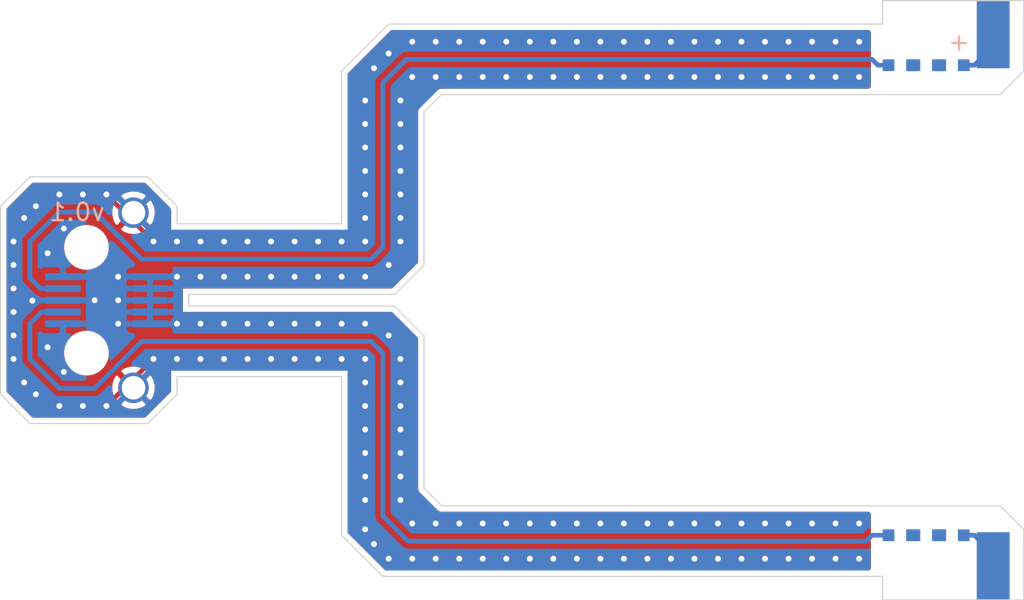
<source format=kicad_pcb>
(kicad_pcb (version 20171130) (host pcbnew "(5.1.4)")

  (general
    (thickness 0.2)
    (drawings 39)
    (tracks 420)
    (zones 0)
    (modules 11)
    (nets 10)
  )

  (page A4)
  (layers
    (0 F.Cu signal)
    (31 B.Cu signal)
    (32 B.Adhes user)
    (33 F.Adhes user)
    (34 B.Paste user)
    (35 F.Paste user)
    (36 B.SilkS user)
    (37 F.SilkS user)
    (38 B.Mask user)
    (39 F.Mask user)
    (40 Dwgs.User user)
    (41 Cmts.User user)
    (42 Eco1.User user)
    (43 Eco2.User user)
    (44 Edge.Cuts user)
    (45 Margin user)
    (46 B.CrtYd user)
    (47 F.CrtYd user)
    (48 B.Fab user)
    (49 F.Fab user)
  )

  (setup
    (last_trace_width 0.2)
    (user_trace_width 0.2)
    (trace_clearance 0.225)
    (zone_clearance 0.225)
    (zone_45_only no)
    (trace_min 0.2)
    (via_size 0.6)
    (via_drill 0.25)
    (via_min_size 0.6)
    (via_min_drill 0.25)
    (user_via 0.6 0.25)
    (uvia_size 0.3)
    (uvia_drill 0.1)
    (uvias_allowed no)
    (uvia_min_size 0.2)
    (uvia_min_drill 0.1)
    (edge_width 0.05)
    (segment_width 0.2)
    (pcb_text_width 0.3)
    (pcb_text_size 1.5 1.5)
    (mod_edge_width 0.12)
    (mod_text_size 1 1)
    (mod_text_width 0.15)
    (pad_size 1.524 1.524)
    (pad_drill 0.762)
    (pad_to_mask_clearance 0.05)
    (solder_mask_min_width 0.05)
    (aux_axis_origin 0 0)
    (visible_elements FFFFFF7F)
    (pcbplotparams
      (layerselection 0x010fc_ffffffff)
      (usegerberextensions false)
      (usegerberattributes false)
      (usegerberadvancedattributes false)
      (creategerberjobfile false)
      (excludeedgelayer true)
      (linewidth 0.100000)
      (plotframeref false)
      (viasonmask false)
      (mode 1)
      (useauxorigin false)
      (hpglpennumber 1)
      (hpglpenspeed 20)
      (hpglpendiameter 15.000000)
      (psnegative false)
      (psa4output false)
      (plotreference true)
      (plotvalue true)
      (plotinvisibletext false)
      (padsonsilk false)
      (subtractmaskfromsilk false)
      (outputformat 1)
      (mirror false)
      (drillshape 0)
      (scaleselection 1)
      (outputdirectory "output/"))
  )

  (net 0 "")
  (net 1 /IN_P)
  (net 2 /IN_N)
  (net 3 /IN_R_P)
  (net 4 "Net-(R1-Pad1)")
  (net 5 /IN_R_N)
  (net 6 "Net-(R2-Pad1)")
  (net 7 "Net-(R3-Pad1)")
  (net 8 "Net-(R4-Pad1)")
  (net 9 /GND)

  (net_class Default "This is the default net class."
    (clearance 0.225)
    (trace_width 0.2)
    (via_dia 0.6)
    (via_drill 0.25)
    (uvia_dia 0.3)
    (uvia_drill 0.1)
    (add_net /GND)
    (add_net /IN_N)
    (add_net /IN_P)
    (add_net /IN_R_N)
    (add_net /IN_R_P)
    (add_net "Net-(R1-Pad1)")
    (add_net "Net-(R2-Pad1)")
    (add_net "Net-(R3-Pad1)")
    (add_net "Net-(R4-Pad1)")
  )

  (module azonenberg_pcb:MECHANICAL_CLEARANCEHOLE_M1_UNPLATED locked (layer F.Cu) (tedit 60BD970E) (tstamp 60BB59A8)
    (at 118.5 77.5)
    (fp_text reference REF** (at 0 3.8) (layer F.SilkS) hide
      (effects (font (size 1.5 1.5) (thickness 0.15)))
    )
    (fp_text value MECHANICAL_CLEARANCEHOLE_M1_UNPLATED (at 0 2.3) (layer F.Fab) hide
      (effects (font (size 1.5 1.5) (thickness 0.15)))
    )
    (pad "" np_thru_hole circle (at 0 0) (size 1.15 1.15) (drill 1.15) (layers *.Cu *.Mask))
    (model :SAMTEC:4-40-screw.step
      (offset (xyz 0 0 -6.499999902379794))
      (scale (xyz 1 1 1))
      (rotate (xyz 0 0 0))
    )
  )

  (module azonenberg_pcb:MECHANICAL_CLEARANCEHOLE_M1_UNPLATED locked (layer F.Cu) (tedit 60BD970E) (tstamp 60BB581D)
    (at 118.5 54.5)
    (fp_text reference REF** (at 0 3.8) (layer F.SilkS) hide
      (effects (font (size 1.5 1.5) (thickness 0.15)))
    )
    (fp_text value MECHANICAL_CLEARANCEHOLE_M1_UNPLATED (at 0 2.3) (layer F.Fab) hide
      (effects (font (size 1.5 1.5) (thickness 0.15)))
    )
    (pad "" np_thru_hole circle (at 0 0) (size 1.15 1.15) (drill 1.15) (layers *.Cu *.Mask))
    (model :SAMTEC:4-40-screw.step
      (offset (xyz 0 0 -6.499999902379794))
      (scale (xyz 1 1 1))
      (rotate (xyz 0 0 0))
    )
  )

  (module azonenberg_pcb:CONN_TE_2-331677-6_EDGELAUNCH (layer B.Cu) (tedit 60BB1CF9) (tstamp 60BB37A2)
    (at 121.7 77.3 270)
    (path /60BB4034)
    (fp_text reference J3 (at 0.1 2.25 270) (layer B.SilkS) hide
      (effects (font (size 1 1) (thickness 0.15)) (justify mirror))
    )
    (fp_text value SOCKET (at -0.3 4 270) (layer B.Fab) hide
      (effects (font (size 1 1) (thickness 0.15)) (justify mirror))
    )
    (pad 1 smd rect (at 0 0 270) (size 2.86 1.4) (layers B.Cu B.Paste B.Mask)
      (net 2 /IN_N))
    (model :share:TE/Socket/c-0331677-26-ar1-3d.stp
      (offset (xyz 2.1 0 0.5))
      (scale (xyz 1 1 1))
      (rotate (xyz 90 0 90))
    )
  )

  (module azonenberg_pcb:CONN_TE_2-331677-6_EDGELAUNCH (layer B.Cu) (tedit 60BB1CF9) (tstamp 60BB2228)
    (at 121.7 54.7 90)
    (path /60BB30D9)
    (fp_text reference J2 (at 0.1 2.25 270) (layer B.SilkS) hide
      (effects (font (size 1 1) (thickness 0.15)) (justify mirror))
    )
    (fp_text value SOCKET (at -0.3 4 270) (layer B.Fab) hide
      (effects (font (size 1 1) (thickness 0.15)) (justify mirror))
    )
    (pad 1 smd rect (at 0 0 90) (size 2.86 1.4) (layers B.Cu B.Paste B.Mask)
      (net 1 /IN_P))
    (model :share:TE/Socket/c-0331677-26-ar1-3d.stp
      (offset (xyz 2.1 0 0.5))
      (scale (xyz 1 1 1))
      (rotate (xyz 90 0 90))
    )
  )

  (module azonenberg_pcb:EIA_0402_RES_NOSILK_FLIPCHIP (layer B.Cu) (tedit 600C4855) (tstamp 60BB3824)
    (at 119.95 76 180)
    (path /60BB401E)
    (solder_paste_margin -0.06)
    (fp_text reference R6 (at 0 -1.5) (layer B.SilkS) hide
      (effects (font (size 1 1) (thickness 0.15)) (justify mirror))
    )
    (fp_text value FC0402E2000BTT0 (at 0 -3.5) (layer B.SilkS) hide
      (effects (font (size 1 1) (thickness 0.15)) (justify mirror))
    )
    (pad 1 smd rect (at -0.5 0 180) (size 0.5 0.5) (layers B.Cu B.Paste B.Mask)
      (net 2 /IN_N))
    (pad 2 smd rect (at 0.5 0 180) (size 0.5 0.5) (layers B.Cu B.Paste B.Mask)
      (net 8 "Net-(R4-Pad1)"))
    (model :walter:smd_resistors/r_0402.wrl
      (at (xyz 0 0 0))
      (scale (xyz 1 1 1))
      (rotate (xyz 0 0 0))
    )
  )

  (module azonenberg_pcb:EIA_0402_RES_NOSILK_FLIPCHIP (layer B.Cu) (tedit 600C4855) (tstamp 60BB224B)
    (at 119.95 56 180)
    (path /60BB1E4D)
    (solder_paste_margin -0.06)
    (fp_text reference R5 (at 0 -1.5) (layer B.SilkS) hide
      (effects (font (size 1 1) (thickness 0.15)) (justify mirror))
    )
    (fp_text value FC0402E2000BTT0 (at 0 -3.5) (layer B.SilkS) hide
      (effects (font (size 1 1) (thickness 0.15)) (justify mirror))
    )
    (pad 2 smd rect (at 0.5 0 180) (size 0.5 0.5) (layers B.Cu B.Paste B.Mask)
      (net 7 "Net-(R3-Pad1)"))
    (pad 1 smd rect (at -0.5 0 180) (size 0.5 0.5) (layers B.Cu B.Paste B.Mask)
      (net 1 /IN_P))
    (model :walter:smd_resistors/r_0402.wrl
      (at (xyz 0 0 0))
      (scale (xyz 1 1 1))
      (rotate (xyz 0 0 0))
    )
  )

  (module azonenberg_pcb:EIA_0402_RES_NOSILK_FLIPCHIP (layer B.Cu) (tedit 600C4855) (tstamp 60BB3833)
    (at 118.85 76 180)
    (path /60BB4014)
    (solder_paste_margin -0.06)
    (fp_text reference R4 (at 0 -1.5) (layer B.SilkS) hide
      (effects (font (size 1 1) (thickness 0.15)) (justify mirror))
    )
    (fp_text value FC0402E2000BTT0 (at 0 -3.5) (layer B.SilkS) hide
      (effects (font (size 1 1) (thickness 0.15)) (justify mirror))
    )
    (pad 1 smd rect (at -0.5 0 180) (size 0.5 0.5) (layers B.Cu B.Paste B.Mask)
      (net 8 "Net-(R4-Pad1)"))
    (pad 2 smd rect (at 0.5 0 180) (size 0.5 0.5) (layers B.Cu B.Paste B.Mask)
      (net 6 "Net-(R2-Pad1)"))
    (model :walter:smd_resistors/r_0402.wrl
      (at (xyz 0 0 0))
      (scale (xyz 1 1 1))
      (rotate (xyz 0 0 0))
    )
  )

  (module azonenberg_pcb:EIA_0402_RES_NOSILK_FLIPCHIP (layer B.Cu) (tedit 600C4855) (tstamp 60BB223F)
    (at 118.85 56 180)
    (path /60BB1AB7)
    (solder_paste_margin -0.06)
    (fp_text reference R3 (at 0 -1.5) (layer B.SilkS) hide
      (effects (font (size 1 1) (thickness 0.15)) (justify mirror))
    )
    (fp_text value FC0402E2000BTT0 (at 0 -3.5) (layer B.SilkS) hide
      (effects (font (size 1 1) (thickness 0.15)) (justify mirror))
    )
    (pad 2 smd rect (at 0.5 0 180) (size 0.5 0.5) (layers B.Cu B.Paste B.Mask)
      (net 4 "Net-(R1-Pad1)"))
    (pad 1 smd rect (at -0.5 0 180) (size 0.5 0.5) (layers B.Cu B.Paste B.Mask)
      (net 7 "Net-(R3-Pad1)"))
    (model :walter:smd_resistors/r_0402.wrl
      (at (xyz 0 0 0))
      (scale (xyz 1 1 1))
      (rotate (xyz 0 0 0))
    )
  )

  (module azonenberg_pcb:EIA_0402_RES_NOSILK_FLIPCHIP (layer B.Cu) (tedit 600C4855) (tstamp 60BB3842)
    (at 117.75 76 180)
    (path /60BB4029)
    (solder_paste_margin -0.06)
    (fp_text reference R2 (at 0 -1.5) (layer B.SilkS) hide
      (effects (font (size 1 1) (thickness 0.15)) (justify mirror))
    )
    (fp_text value FC0402E50R0BTT0 (at 0 -3.5) (layer B.SilkS) hide
      (effects (font (size 1 1) (thickness 0.15)) (justify mirror))
    )
    (pad 1 smd rect (at -0.5 0 180) (size 0.5 0.5) (layers B.Cu B.Paste B.Mask)
      (net 6 "Net-(R2-Pad1)"))
    (pad 2 smd rect (at 0.5 0 180) (size 0.5 0.5) (layers B.Cu B.Paste B.Mask)
      (net 5 /IN_R_N))
    (model :walter:smd_resistors/r_0402.wrl
      (at (xyz 0 0 0))
      (scale (xyz 1 1 1))
      (rotate (xyz 0 0 0))
    )
  )

  (module azonenberg_pcb:EIA_0402_RES_NOSILK_FLIPCHIP (layer B.Cu) (tedit 600C4855) (tstamp 60BB2233)
    (at 117.75 56 180)
    (path /60BB221A)
    (solder_paste_margin -0.06)
    (fp_text reference R1 (at 0 -1.5) (layer B.SilkS) hide
      (effects (font (size 1 1) (thickness 0.15)) (justify mirror))
    )
    (fp_text value FC0402E50R0BTT0 (at 0 -3.5) (layer B.SilkS) hide
      (effects (font (size 1 1) (thickness 0.15)) (justify mirror))
    )
    (pad 2 smd rect (at 0.5 0 180) (size 0.5 0.5) (layers B.Cu B.Paste B.Mask)
      (net 3 /IN_R_P))
    (pad 1 smd rect (at -0.5 0 180) (size 0.5 0.5) (layers B.Cu B.Paste B.Mask)
      (net 4 "Net-(R1-Pad1)"))
    (model :walter:smd_resistors/r_0402.wrl
      (at (xyz 0 0 0))
      (scale (xyz 1 1 1))
      (rotate (xyz 0 0 0))
    )
  )

  (module azonenberg_pcb:CONN_SAMTEC_LSHM-105-02.5-L-DV-A-S-K-TR (layer B.Cu) (tedit 60AAE7B0) (tstamp 60BB36C4)
    (at 84 66 90)
    (path /60ACA97D)
    (fp_text reference J1 (at -0.05 -4.025 270) (layer B.SilkS) hide
      (effects (font (size 1 1) (thickness 0.15)) (justify mirror))
    )
    (fp_text value Conn_01x10_shielded (at -0.075 -5.55 270) (layer B.Fab) hide
      (effects (font (size 1 1) (thickness 0.15)) (justify mirror))
    )
    (pad SHLD thru_hole circle (at -3.725 1.15 90) (size 1.3 1.3) (drill 1) (layers *.Cu *.Mask)
      (net 9 /GND))
    (pad SHLD thru_hole circle (at 3.725 1.15 90) (size 1.3 1.3) (drill 1) (layers *.Cu *.Mask)
      (net 9 /GND))
    (pad "" np_thru_hole circle (at -2.25 -0.85 90) (size 1.45 1.45) (drill 1.45) (layers *.Cu *.Mask))
    (pad "" np_thru_hole circle (at 2.25 -0.85 90) (size 1.45 1.45) (drill 1.45) (layers *.Cu *.Mask))
    (pad 10 smd rect (at 1 -1.85 90) (size 0.3 1.5) (layers B.Cu B.Paste B.Mask)
      (net 9 /GND))
    (pad 9 smd rect (at 1 1.85 90) (size 0.3 1.5) (layers B.Cu B.Paste B.Mask)
      (net 9 /GND))
    (pad 8 smd rect (at 0.5 -1.85 90) (size 0.3 1.5) (layers B.Cu B.Paste B.Mask)
      (net 3 /IN_R_P))
    (pad 7 smd rect (at 0.5 1.85 90) (size 0.3 1.5) (layers B.Cu B.Paste B.Mask)
      (net 9 /GND))
    (pad 6 smd rect (at 0 -1.85 90) (size 0.3 1.5) (layers B.Cu B.Paste B.Mask)
      (net 9 /GND))
    (pad 5 smd rect (at 0 1.85 90) (size 0.3 1.5) (layers B.Cu B.Paste B.Mask)
      (net 9 /GND))
    (pad 4 smd rect (at -0.5 -1.85 90) (size 0.3 1.5) (layers B.Cu B.Paste B.Mask)
      (net 5 /IN_R_N))
    (pad 3 smd rect (at -0.5 1.85 90) (size 0.3 1.5) (layers B.Cu B.Paste B.Mask)
      (net 9 /GND))
    (pad 2 smd rect (at -1 -1.85 90) (size 0.3 1.5) (layers B.Cu B.Paste B.Mask)
      (net 9 /GND))
    (pad 1 smd rect (at -1 1.85 90) (size 0.3 1.5) (layers B.Cu B.Paste B.Mask)
      (net 9 /GND))
    (model :share:Samtec/LSHM-105-02.5-L-DV-A-S-K-TR.stp
      (at (xyz 0 0 0))
      (scale (xyz 1 1 1))
      (rotate (xyz -90 0 0))
    )
  )

  (gr_text + (at 120.25 55) (layer B.SilkS) (tstamp 60BDA0DE)
    (effects (font (size 0.75 0.75) (thickness 0.1)) (justify mirror))
  )
  (gr_text v0.1 (at 82.75 62.25) (layer B.SilkS)
    (effects (font (size 0.75 0.75) (thickness 0.1)) (justify mirror))
  )
  (gr_line (start 111 74.5) (end 111 57.5) (layer Dwgs.User) (width 0.15))
  (gr_line (start 97.5 74) (end 98.25 74.75) (layer Edge.Cuts) (width 0.05) (tstamp 60BD5D60))
  (gr_line (start 98.25 57.25) (end 97.5 58) (layer Edge.Cuts) (width 0.05) (tstamp 60BD5D45))
  (gr_line (start 97.5 67.5) (end 97.5 74) (layer Edge.Cuts) (width 0.05) (tstamp 60BD5D38))
  (gr_line (start 96.25 66.25) (end 97.5 67.5) (layer Edge.Cuts) (width 0.05))
  (gr_line (start 87.5 66.25) (end 96.25 66.25) (layer Edge.Cuts) (width 0.05))
  (gr_line (start 87.5 65.75) (end 87.5 66.25) (layer Edge.Cuts) (width 0.05))
  (gr_line (start 96.25 65.75) (end 87.5 65.75) (layer Edge.Cuts) (width 0.05))
  (gr_line (start 97.5 64.5) (end 96.25 65.75) (layer Edge.Cuts) (width 0.05))
  (gr_line (start 97.5 58) (end 97.5 64.5) (layer Edge.Cuts) (width 0.05))
  (gr_line (start 87 70) (end 85.75 71.25) (layer Edge.Cuts) (width 0.05) (tstamp 60BB5D3C))
  (gr_line (start 85.75 60.75) (end 87 62) (layer Edge.Cuts) (width 0.05) (tstamp 60BB5D21))
  (gr_line (start 80.75 60.75) (end 79.5 62) (layer Edge.Cuts) (width 0.05) (tstamp 60BB5CE4))
  (gr_line (start 79.5 70) (end 80.75 71.25) (layer Edge.Cuts) (width 0.05) (tstamp 60BB5CC4))
  (gr_line (start 122 74.75) (end 123 75.75) (layer Edge.Cuts) (width 0.05) (tstamp 60BB5A54))
  (gr_line (start 94 76) (end 95.75 77.75) (layer Edge.Cuts) (width 0.05) (tstamp 60BB5973))
  (gr_line (start 123 56.25) (end 122 57.25) (layer Edge.Cuts) (width 0.05) (tstamp 60BB58E3))
  (gr_line (start 96 54.25) (end 94 56.25) (layer Edge.Cuts) (width 0.05) (tstamp 60BB58D7))
  (gr_line (start 87 69.25) (end 94 69.25) (layer Edge.Cuts) (width 0.05))
  (gr_line (start 87 70) (end 87 69.25) (layer Edge.Cuts) (width 0.05))
  (gr_line (start 94 62.75) (end 94 56.25) (layer Edge.Cuts) (width 0.05))
  (gr_line (start 87 62.75) (end 94 62.75) (layer Edge.Cuts) (width 0.05))
  (gr_line (start 87 62) (end 87 62.75) (layer Edge.Cuts) (width 0.05))
  (gr_line (start 94 76) (end 94 69.25) (layer Edge.Cuts) (width 0.05) (tstamp 60BB3897))
  (gr_line (start 117 77.75) (end 95.75 77.75) (layer Edge.Cuts) (width 0.05))
  (gr_line (start 117 78.75) (end 117 77.75) (layer Edge.Cuts) (width 0.05))
  (gr_line (start 123 78.75) (end 117 78.75) (layer Edge.Cuts) (width 0.05))
  (gr_line (start 123 75.75) (end 123 78.75) (layer Edge.Cuts) (width 0.05))
  (gr_line (start 98.25 74.75) (end 122 74.75) (layer Edge.Cuts) (width 0.05))
  (gr_line (start 122 57.25) (end 98.25 57.25) (layer Edge.Cuts) (width 0.05))
  (gr_line (start 123 53.25) (end 123 56.25) (layer Edge.Cuts) (width 0.05))
  (gr_line (start 117 53.25) (end 123 53.25) (layer Edge.Cuts) (width 0.05))
  (gr_line (start 117 54.25) (end 117 53.25) (layer Edge.Cuts) (width 0.05))
  (gr_line (start 96 54.25) (end 117 54.25) (layer Edge.Cuts) (width 0.05))
  (gr_line (start 80.75 71.25) (end 85.75 71.25) (layer Edge.Cuts) (width 0.05))
  (gr_line (start 79.5 62) (end 79.5 70) (layer Edge.Cuts) (width 0.05))
  (gr_line (start 85.75 60.75) (end 80.75 60.75) (layer Edge.Cuts) (width 0.05))

  (segment (start 121.2 55.2) (end 121.7 54.7) (width 0.2) (layer B.Cu) (net 1))
  (segment (start 120.9 56) (end 121.7 55.2) (width 0.2) (layer B.Cu) (net 1))
  (segment (start 121.7 55.2) (end 121.7 54.7) (width 0.2) (layer B.Cu) (net 1))
  (segment (start 120.45 56) (end 120.9 56) (width 0.2) (layer B.Cu) (net 1))
  (segment (start 121.2 76.8) (end 121.7 77.3) (width 0.2) (layer B.Cu) (net 2))
  (segment (start 121.7 76.8) (end 121.7 77.3) (width 0.2) (layer B.Cu) (net 2))
  (segment (start 120.9 76) (end 121.7 76.8) (width 0.2) (layer B.Cu) (net 2))
  (segment (start 120.45 76) (end 120.9 76) (width 0.2) (layer B.Cu) (net 2))
  (segment (start 81.2 65.5) (end 82.15 65.5) (width 0.2) (layer B.Cu) (net 3))
  (segment (start 80.75 65.05) (end 81.2 65.5) (width 0.2) (layer B.Cu) (net 3))
  (segment (start 82 62.25) (end 80.75 63.5) (width 0.2) (layer B.Cu) (net 3))
  (segment (start 85.5 64.25) (end 83.5 62.25) (width 0.2) (layer B.Cu) (net 3))
  (segment (start 80.75 63.5) (end 80.75 65.05) (width 0.2) (layer B.Cu) (net 3))
  (segment (start 95.25 64.25) (end 85.5 64.25) (width 0.2) (layer B.Cu) (net 3))
  (segment (start 116.8 56) (end 116.55 55.75) (width 0.2) (layer B.Cu) (net 3))
  (segment (start 96.75 55.75) (end 95.75 56.75) (width 0.2) (layer B.Cu) (net 3))
  (segment (start 83.5 62.25) (end 82 62.25) (width 0.2) (layer B.Cu) (net 3))
  (segment (start 117.25 56) (end 116.8 56) (width 0.2) (layer B.Cu) (net 3))
  (segment (start 116.55 55.75) (end 96.75 55.75) (width 0.2) (layer B.Cu) (net 3))
  (segment (start 95.75 63.75) (end 95.25 64.25) (width 0.2) (layer B.Cu) (net 3))
  (segment (start 95.75 56.75) (end 95.75 63.75) (width 0.2) (layer B.Cu) (net 3))
  (segment (start 95.75 68.25) (end 95.75 75.175002) (width 0.2) (layer B.Cu) (net 5))
  (segment (start 95.25 67.75) (end 95.75 68.25) (width 0.2) (layer B.Cu) (net 5))
  (segment (start 85.5 67.75) (end 95.25 67.75) (width 0.2) (layer B.Cu) (net 5))
  (segment (start 95.75 75.175002) (end 96.824998 76.25) (width 0.2) (layer B.Cu) (net 5))
  (segment (start 81.25 66.5) (end 80.75 67) (width 0.2) (layer B.Cu) (net 5))
  (segment (start 96.824998 76.25) (end 116.3 76.25) (width 0.2) (layer B.Cu) (net 5))
  (segment (start 80.75 67) (end 80.75 68.5) (width 0.2) (layer B.Cu) (net 5))
  (segment (start 80.75 68.5) (end 82 69.75) (width 0.2) (layer B.Cu) (net 5))
  (segment (start 82 69.75) (end 83.5 69.75) (width 0.2) (layer B.Cu) (net 5))
  (segment (start 82.15 66.5) (end 81.25 66.5) (width 0.2) (layer B.Cu) (net 5))
  (segment (start 83.5 69.75) (end 85.5 67.75) (width 0.2) (layer B.Cu) (net 5))
  (segment (start 116.55 76) (end 117.25 76) (width 0.2) (layer B.Cu) (net 5))
  (segment (start 116.3 76.25) (end 116.55 76) (width 0.2) (layer B.Cu) (net 5))
  (segment (start 85.85 65) (end 85.85 66.85) (width 0.2) (layer B.Cu) (net 9))
  (segment (start 86 66) (end 85.85 66) (width 0.2) (layer B.Cu) (net 9))
  (segment (start 85.7 65) (end 85.85 65) (width 0.2) (layer B.Cu) (net 9))
  (via (at 88 63.5) (size 0.6) (drill 0.25) (layers F.Cu B.Cu) (net 9))
  (via (at 89 63.5) (size 0.6) (drill 0.25) (layers F.Cu B.Cu) (net 9))
  (segment (start 88 63.5) (end 89 63.5) (width 0.2) (layer B.Cu) (net 9))
  (via (at 90 63.5) (size 0.6) (drill 0.25) (layers F.Cu B.Cu) (net 9))
  (segment (start 89 63.5) (end 90 63.5) (width 0.2) (layer F.Cu) (net 9))
  (via (at 91 63.5) (size 0.6) (drill 0.25) (layers F.Cu B.Cu) (net 9))
  (segment (start 90 63.5) (end 91 63.5) (width 0.2) (layer B.Cu) (net 9))
  (via (at 92 63.5) (size 0.6) (drill 0.25) (layers F.Cu B.Cu) (net 9))
  (segment (start 91 63.5) (end 92 63.5) (width 0.2) (layer F.Cu) (net 9))
  (via (at 93 63.5) (size 0.6) (drill 0.25) (layers F.Cu B.Cu) (net 9))
  (segment (start 92 63.5) (end 93 63.5) (width 0.2) (layer B.Cu) (net 9))
  (via (at 94 63.5) (size 0.6) (drill 0.25) (layers F.Cu B.Cu) (net 9))
  (segment (start 93 63.5) (end 94 63.5) (width 0.2) (layer F.Cu) (net 9))
  (via (at 95 63.5) (size 0.6) (drill 0.25) (layers F.Cu B.Cu) (net 9))
  (segment (start 94 63.5) (end 95 63.5) (width 0.2) (layer B.Cu) (net 9))
  (via (at 95 62.5) (size 0.6) (drill 0.25) (layers F.Cu B.Cu) (net 9))
  (segment (start 95 63.5) (end 95 62.5) (width 0.2) (layer F.Cu) (net 9))
  (via (at 95 61.5) (size 0.6) (drill 0.25) (layers F.Cu B.Cu) (net 9))
  (segment (start 95 62.5) (end 95 61.5) (width 0.2) (layer B.Cu) (net 9))
  (via (at 95 60.5) (size 0.6) (drill 0.25) (layers F.Cu B.Cu) (net 9))
  (segment (start 95 61.5) (end 95 60.5) (width 0.2) (layer F.Cu) (net 9))
  (via (at 95 59.5) (size 0.6) (drill 0.25) (layers F.Cu B.Cu) (net 9))
  (segment (start 95 60.5) (end 95 59.5) (width 0.2) (layer B.Cu) (net 9))
  (via (at 95 58.5) (size 0.6) (drill 0.25) (layers F.Cu B.Cu) (net 9))
  (segment (start 95 59.5) (end 95 58.5) (width 0.2) (layer F.Cu) (net 9))
  (segment (start 95 58.5) (end 95 57.5) (width 0.2) (layer B.Cu) (net 9))
  (via (at 88 65) (size 0.6) (drill 0.25) (layers F.Cu B.Cu) (net 9))
  (via (at 89 65) (size 0.6) (drill 0.25) (layers F.Cu B.Cu) (net 9))
  (segment (start 88 65) (end 89 65) (width 0.2) (layer B.Cu) (net 9))
  (via (at 90 65) (size 0.6) (drill 0.25) (layers F.Cu B.Cu) (net 9))
  (segment (start 89 65) (end 90 65) (width 0.2) (layer F.Cu) (net 9))
  (via (at 91 65) (size 0.6) (drill 0.25) (layers F.Cu B.Cu) (net 9))
  (segment (start 90 65) (end 91 65) (width 0.2) (layer B.Cu) (net 9))
  (via (at 92 65) (size 0.6) (drill 0.25) (layers F.Cu B.Cu) (net 9))
  (segment (start 91 65) (end 92 65) (width 0.2) (layer F.Cu) (net 9))
  (via (at 93 65) (size 0.6) (drill 0.25) (layers F.Cu B.Cu) (net 9))
  (segment (start 92 65) (end 93 65) (width 0.2) (layer B.Cu) (net 9))
  (via (at 94 65) (size 0.6) (drill 0.25) (layers F.Cu B.Cu) (net 9))
  (segment (start 93 65) (end 94 65) (width 0.2) (layer F.Cu) (net 9))
  (via (at 95 65) (size 0.6) (drill 0.25) (layers F.Cu B.Cu) (net 9))
  (segment (start 94 65) (end 95 65) (width 0.2) (layer B.Cu) (net 9))
  (segment (start 95 65) (end 95.5 65) (width 0.2) (layer B.Cu) (net 9))
  (via (at 96 64.5) (size 0.6) (drill 0.25) (layers F.Cu B.Cu) (net 9))
  (segment (start 95.5 65) (end 96 64.5) (width 0.2) (layer B.Cu) (net 9))
  (via (at 96.5 63.5) (size 0.6) (drill 0.25) (layers F.Cu B.Cu) (net 9))
  (segment (start 96 64.5) (end 96.5 64) (width 0.2) (layer B.Cu) (net 9))
  (segment (start 96.5 64) (end 96.5 63.5) (width 0.2) (layer B.Cu) (net 9))
  (via (at 96.5 62.5) (size 0.6) (drill 0.25) (layers F.Cu B.Cu) (net 9))
  (segment (start 96.5 63.5) (end 96.5 62.5) (width 0.2) (layer F.Cu) (net 9))
  (via (at 96.5 61.5) (size 0.6) (drill 0.25) (layers F.Cu B.Cu) (net 9))
  (segment (start 96.5 62.5) (end 96.5 61.5) (width 0.2) (layer B.Cu) (net 9))
  (via (at 96.5 60.5) (size 0.6) (drill 0.25) (layers F.Cu B.Cu) (net 9))
  (segment (start 96.5 61.5) (end 96.5 60.5) (width 0.2) (layer F.Cu) (net 9))
  (via (at 96.5 59.5) (size 0.6) (drill 0.25) (layers F.Cu B.Cu) (net 9))
  (segment (start 96.5 60.5) (end 96.5 59.5) (width 0.2) (layer B.Cu) (net 9))
  (via (at 96.5 58.5) (size 0.6) (drill 0.25) (layers F.Cu B.Cu) (net 9))
  (segment (start 96.5 59.5) (end 96.5 58.5) (width 0.2) (layer F.Cu) (net 9))
  (via (at 97 55) (size 0.6) (drill 0.25) (layers F.Cu B.Cu) (net 9))
  (segment (start 96.5 55) (end 96 55.5) (width 0.2) (layer F.Cu) (net 9))
  (segment (start 97 55) (end 96.5 55) (width 0.2) (layer F.Cu) (net 9))
  (via (at 98 55) (size 0.6) (drill 0.25) (layers F.Cu B.Cu) (net 9))
  (segment (start 97 55) (end 98 55) (width 0.2) (layer F.Cu) (net 9))
  (via (at 99 55) (size 0.6) (drill 0.25) (layers F.Cu B.Cu) (net 9))
  (segment (start 98 55) (end 99 55) (width 0.2) (layer B.Cu) (net 9))
  (via (at 100 55) (size 0.6) (drill 0.25) (layers F.Cu B.Cu) (net 9))
  (segment (start 99 55) (end 100 55) (width 0.2) (layer F.Cu) (net 9))
  (via (at 101 55) (size 0.6) (drill 0.25) (layers F.Cu B.Cu) (net 9))
  (segment (start 100 55) (end 101 55) (width 0.2) (layer B.Cu) (net 9))
  (via (at 102 55) (size 0.6) (drill 0.25) (layers F.Cu B.Cu) (net 9))
  (segment (start 101 55) (end 102 55) (width 0.2) (layer F.Cu) (net 9))
  (via (at 98 56.5) (size 0.6) (drill 0.25) (layers F.Cu B.Cu) (net 9))
  (segment (start 97 56.5) (end 98 56.5) (width 0.2) (layer F.Cu) (net 9))
  (via (at 99 56.5) (size 0.6) (drill 0.25) (layers F.Cu B.Cu) (net 9))
  (segment (start 98 56.5) (end 99 56.5) (width 0.2) (layer B.Cu) (net 9))
  (via (at 100 56.5) (size 0.6) (drill 0.25) (layers F.Cu B.Cu) (net 9))
  (segment (start 99 56.5) (end 100 56.5) (width 0.2) (layer F.Cu) (net 9))
  (via (at 101 56.5) (size 0.6) (drill 0.25) (layers F.Cu B.Cu) (net 9))
  (segment (start 100 56.5) (end 101 56.5) (width 0.2) (layer B.Cu) (net 9))
  (via (at 102 56.5) (size 0.6) (drill 0.25) (layers F.Cu B.Cu) (net 9))
  (segment (start 101 56.5) (end 102 56.5) (width 0.2) (layer F.Cu) (net 9))
  (via (at 103 56.5) (size 0.6) (drill 0.25) (layers F.Cu B.Cu) (net 9))
  (segment (start 102 56.5) (end 103 56.5) (width 0.2) (layer B.Cu) (net 9))
  (via (at 104 56.5) (size 0.6) (drill 0.25) (layers F.Cu B.Cu) (net 9))
  (segment (start 103 56.5) (end 104 56.5) (width 0.2) (layer F.Cu) (net 9))
  (via (at 105 56.5) (size 0.6) (drill 0.25) (layers F.Cu B.Cu) (net 9))
  (segment (start 104 56.5) (end 105 56.5) (width 0.2) (layer B.Cu) (net 9))
  (via (at 106 56.5) (size 0.6) (drill 0.25) (layers F.Cu B.Cu) (net 9))
  (segment (start 105 56.5) (end 106 56.5) (width 0.2) (layer F.Cu) (net 9))
  (via (at 107 56.5) (size 0.6) (drill 0.25) (layers F.Cu B.Cu) (net 9))
  (segment (start 106 56.5) (end 107 56.5) (width 0.2) (layer B.Cu) (net 9))
  (via (at 108 56.5) (size 0.6) (drill 0.25) (layers F.Cu B.Cu) (net 9))
  (segment (start 107 56.5) (end 108 56.5) (width 0.2) (layer F.Cu) (net 9))
  (via (at 109 56.5) (size 0.6) (drill 0.25) (layers F.Cu B.Cu) (net 9))
  (segment (start 108 56.5) (end 109 56.5) (width 0.2) (layer B.Cu) (net 9))
  (via (at 110 56.5) (size 0.6) (drill 0.25) (layers F.Cu B.Cu) (net 9))
  (segment (start 109 56.5) (end 110 56.5) (width 0.2) (layer F.Cu) (net 9))
  (via (at 111 56.5) (size 0.6) (drill 0.25) (layers F.Cu B.Cu) (net 9))
  (segment (start 110 56.5) (end 111 56.5) (width 0.2) (layer B.Cu) (net 9))
  (via (at 112 56.5) (size 0.6) (drill 0.25) (layers F.Cu B.Cu) (net 9))
  (segment (start 111 56.5) (end 112 56.5) (width 0.2) (layer F.Cu) (net 9))
  (via (at 113 56.5) (size 0.6) (drill 0.25) (layers F.Cu B.Cu) (net 9))
  (segment (start 112 56.5) (end 113 56.5) (width 0.2) (layer B.Cu) (net 9))
  (via (at 114 56.5) (size 0.6) (drill 0.25) (layers F.Cu B.Cu) (net 9))
  (segment (start 113 56.5) (end 114 56.5) (width 0.2) (layer F.Cu) (net 9))
  (via (at 115 56.5) (size 0.6) (drill 0.25) (layers F.Cu B.Cu) (net 9))
  (segment (start 114 56.5) (end 115 56.5) (width 0.2) (layer B.Cu) (net 9))
  (via (at 116 56.5) (size 0.6) (drill 0.25) (layers F.Cu B.Cu) (net 9))
  (segment (start 115 56.5) (end 116 56.5) (width 0.2) (layer F.Cu) (net 9))
  (via (at 103 55) (size 0.6) (drill 0.25) (layers F.Cu B.Cu) (net 9))
  (segment (start 102 55) (end 103 55) (width 0.2) (layer F.Cu) (net 9))
  (via (at 104 55) (size 0.6) (drill 0.25) (layers F.Cu B.Cu) (net 9))
  (segment (start 103 55) (end 104 55) (width 0.2) (layer B.Cu) (net 9))
  (via (at 105 55) (size 0.6) (drill 0.25) (layers F.Cu B.Cu) (net 9))
  (segment (start 104 55) (end 105 55) (width 0.2) (layer F.Cu) (net 9))
  (via (at 106 55) (size 0.6) (drill 0.25) (layers F.Cu B.Cu) (net 9))
  (segment (start 105 55) (end 106 55) (width 0.2) (layer B.Cu) (net 9))
  (segment (start 106 55) (end 107 55) (width 0.2) (layer F.Cu) (net 9))
  (via (at 107 55) (size 0.6) (drill 0.25) (layers F.Cu B.Cu) (net 9))
  (via (at 108 55) (size 0.6) (drill 0.25) (layers F.Cu B.Cu) (net 9))
  (segment (start 107 55) (end 108 55) (width 0.2) (layer F.Cu) (net 9))
  (via (at 109 55) (size 0.6) (drill 0.25) (layers F.Cu B.Cu) (net 9))
  (segment (start 108 55) (end 109 55) (width 0.2) (layer B.Cu) (net 9))
  (via (at 110 55) (size 0.6) (drill 0.25) (layers F.Cu B.Cu) (net 9))
  (segment (start 109 55) (end 110 55) (width 0.2) (layer F.Cu) (net 9))
  (via (at 111 55) (size 0.6) (drill 0.25) (layers F.Cu B.Cu) (net 9))
  (segment (start 110 55) (end 111 55) (width 0.2) (layer B.Cu) (net 9))
  (via (at 112 55) (size 0.6) (drill 0.25) (layers F.Cu B.Cu) (net 9))
  (segment (start 111 55) (end 112 55) (width 0.2) (layer F.Cu) (net 9))
  (via (at 113 55) (size 0.6) (drill 0.25) (layers F.Cu B.Cu) (net 9))
  (segment (start 112 55) (end 113 55) (width 0.2) (layer B.Cu) (net 9))
  (via (at 114 55) (size 0.6) (drill 0.25) (layers F.Cu B.Cu) (net 9))
  (segment (start 113 55) (end 114 55) (width 0.2) (layer F.Cu) (net 9))
  (via (at 115 55) (size 0.6) (drill 0.25) (layers F.Cu B.Cu) (net 9))
  (segment (start 114 55) (end 115 55) (width 0.2) (layer B.Cu) (net 9))
  (via (at 116 55) (size 0.6) (drill 0.25) (layers F.Cu B.Cu) (net 9))
  (segment (start 115 55) (end 116 55) (width 0.2) (layer F.Cu) (net 9))
  (via (at 88 67) (size 0.6) (drill 0.25) (layers F.Cu B.Cu) (net 9))
  (via (at 89 67) (size 0.6) (drill 0.25) (layers F.Cu B.Cu) (net 9))
  (segment (start 88 67) (end 89 67) (width 0.2) (layer B.Cu) (net 9))
  (via (at 90 67) (size 0.6) (drill 0.25) (layers F.Cu B.Cu) (net 9))
  (segment (start 89 67) (end 90 67) (width 0.2) (layer F.Cu) (net 9))
  (via (at 91 67) (size 0.6) (drill 0.25) (layers F.Cu B.Cu) (net 9))
  (segment (start 90 67) (end 91 67) (width 0.2) (layer B.Cu) (net 9))
  (via (at 92 67) (size 0.6) (drill 0.25) (layers F.Cu B.Cu) (net 9))
  (segment (start 91 67) (end 92 67) (width 0.2) (layer F.Cu) (net 9))
  (via (at 93 67) (size 0.6) (drill 0.25) (layers F.Cu B.Cu) (net 9))
  (segment (start 92 67) (end 93 67) (width 0.2) (layer B.Cu) (net 9))
  (via (at 94 67) (size 0.6) (drill 0.25) (layers F.Cu B.Cu) (net 9))
  (segment (start 93 67) (end 94 67) (width 0.2) (layer F.Cu) (net 9))
  (via (at 95 67) (size 0.6) (drill 0.25) (layers F.Cu B.Cu) (net 9))
  (segment (start 94 67) (end 95 67) (width 0.2) (layer B.Cu) (net 9))
  (via (at 96 67.5) (size 0.6) (drill 0.25) (layers F.Cu B.Cu) (net 9))
  (segment (start 95 67) (end 95.5 67) (width 0.2) (layer F.Cu) (net 9))
  (segment (start 95.5 67) (end 96 67.5) (width 0.2) (layer F.Cu) (net 9))
  (via (at 96.5 68.5) (size 0.6) (drill 0.25) (layers F.Cu B.Cu) (net 9))
  (segment (start 96 67.5) (end 96.5 68) (width 0.2) (layer B.Cu) (net 9))
  (segment (start 96.5 68) (end 96.5 68.5) (width 0.2) (layer B.Cu) (net 9))
  (via (at 96.5 69.5) (size 0.6) (drill 0.25) (layers F.Cu B.Cu) (net 9))
  (segment (start 96.5 68.5) (end 96.5 69.5) (width 0.2) (layer F.Cu) (net 9))
  (via (at 88 68.5) (size 0.6) (drill 0.25) (layers F.Cu B.Cu) (net 9))
  (via (at 89 68.5) (size 0.6) (drill 0.25) (layers F.Cu B.Cu) (net 9))
  (segment (start 88 68.5) (end 89 68.5) (width 0.2) (layer B.Cu) (net 9))
  (via (at 90 68.5) (size 0.6) (drill 0.25) (layers F.Cu B.Cu) (net 9))
  (segment (start 89 68.5) (end 90 68.5) (width 0.2) (layer F.Cu) (net 9))
  (via (at 91 68.5) (size 0.6) (drill 0.25) (layers F.Cu B.Cu) (net 9))
  (segment (start 90 68.5) (end 91 68.5) (width 0.2) (layer B.Cu) (net 9))
  (via (at 92 68.5) (size 0.6) (drill 0.25) (layers F.Cu B.Cu) (net 9))
  (segment (start 91 68.5) (end 92 68.5) (width 0.2) (layer F.Cu) (net 9))
  (via (at 93 68.5) (size 0.6) (drill 0.25) (layers F.Cu B.Cu) (net 9))
  (segment (start 92 68.5) (end 93 68.5) (width 0.2) (layer B.Cu) (net 9))
  (via (at 94 68.5) (size 0.6) (drill 0.25) (layers F.Cu B.Cu) (net 9))
  (segment (start 93 68.5) (end 94 68.5) (width 0.2) (layer F.Cu) (net 9))
  (via (at 95 68.5) (size 0.6) (drill 0.25) (layers F.Cu B.Cu) (net 9))
  (segment (start 94 68.5) (end 95 68.5) (width 0.2) (layer B.Cu) (net 9))
  (via (at 95 69.5) (size 0.6) (drill 0.25) (layers F.Cu B.Cu) (net 9))
  (segment (start 95 68.5) (end 95 69.5) (width 0.2) (layer F.Cu) (net 9))
  (via (at 95 70.5) (size 0.6) (drill 0.25) (layers F.Cu B.Cu) (net 9))
  (segment (start 95 69.5) (end 95 70.5) (width 0.2) (layer B.Cu) (net 9))
  (via (at 95 71.5) (size 0.6) (drill 0.25) (layers F.Cu B.Cu) (net 9))
  (segment (start 95 70.5) (end 95 71.5) (width 0.2) (layer F.Cu) (net 9))
  (via (at 95 72.5) (size 0.6) (drill 0.25) (layers F.Cu B.Cu) (net 9))
  (segment (start 95 71.5) (end 95 72.5) (width 0.2) (layer B.Cu) (net 9))
  (via (at 95 73.5) (size 0.6) (drill 0.25) (layers F.Cu B.Cu) (net 9))
  (segment (start 95 72.5) (end 95 73.5) (width 0.2) (layer F.Cu) (net 9))
  (segment (start 95 73.5) (end 95 74.5) (width 0.2) (layer B.Cu) (net 9))
  (via (at 96.5 70.5) (size 0.6) (drill 0.25) (layers F.Cu B.Cu) (net 9))
  (segment (start 96.5 69.5) (end 96.5 70.5) (width 0.2) (layer B.Cu) (net 9))
  (via (at 96.5 71.5) (size 0.6) (drill 0.25) (layers F.Cu B.Cu) (net 9))
  (segment (start 96.5 70.5) (end 96.5 71.5) (width 0.2) (layer F.Cu) (net 9))
  (via (at 96.5 72.5) (size 0.6) (drill 0.25) (layers F.Cu B.Cu) (net 9))
  (segment (start 96.5 71.5) (end 96.5 72.5) (width 0.2) (layer B.Cu) (net 9))
  (via (at 96.5 73.5) (size 0.6) (drill 0.25) (layers F.Cu B.Cu) (net 9))
  (segment (start 96.5 72.5) (end 96.5 73.5) (width 0.2) (layer F.Cu) (net 9))
  (via (at 97 75.5) (size 0.6) (drill 0.25) (layers F.Cu B.Cu) (net 9))
  (segment (start 96.5 73.5) (end 96.5 74) (width 0.2) (layer B.Cu) (net 9))
  (via (at 98 75.5) (size 0.6) (drill 0.25) (layers F.Cu B.Cu) (net 9))
  (segment (start 97 75.5) (end 98 75.5) (width 0.2) (layer F.Cu) (net 9))
  (via (at 99 75.5) (size 0.6) (drill 0.25) (layers F.Cu B.Cu) (net 9))
  (segment (start 98 75.5) (end 99 75.5) (width 0.2) (layer B.Cu) (net 9))
  (via (at 96 77) (size 0.6) (drill 0.25) (layers F.Cu B.Cu) (net 9))
  (via (at 97 77) (size 0.6) (drill 0.25) (layers F.Cu B.Cu) (net 9))
  (via (at 98 77) (size 0.6) (drill 0.25) (layers F.Cu B.Cu) (net 9))
  (segment (start 97 77) (end 98 77) (width 0.2) (layer F.Cu) (net 9))
  (via (at 99 77) (size 0.6) (drill 0.25) (layers F.Cu B.Cu) (net 9))
  (segment (start 98 77) (end 99 77) (width 0.2) (layer B.Cu) (net 9))
  (via (at 100 75.5) (size 0.6) (drill 0.25) (layers F.Cu B.Cu) (net 9))
  (segment (start 99 75.5) (end 100 75.5) (width 0.2) (layer F.Cu) (net 9))
  (via (at 101 75.5) (size 0.6) (drill 0.25) (layers F.Cu B.Cu) (net 9))
  (segment (start 100 75.5) (end 101 75.5) (width 0.2) (layer B.Cu) (net 9))
  (via (at 102 75.5) (size 0.6) (drill 0.25) (layers F.Cu B.Cu) (net 9))
  (segment (start 101 75.5) (end 102 75.5) (width 0.2) (layer F.Cu) (net 9))
  (via (at 103 75.5) (size 0.6) (drill 0.25) (layers F.Cu B.Cu) (net 9))
  (segment (start 102 75.5) (end 103 75.5) (width 0.2) (layer B.Cu) (net 9))
  (via (at 104 75.5) (size 0.6) (drill 0.25) (layers F.Cu B.Cu) (net 9))
  (segment (start 103 75.5) (end 104 75.5) (width 0.2) (layer F.Cu) (net 9))
  (via (at 105 75.5) (size 0.6) (drill 0.25) (layers F.Cu B.Cu) (net 9))
  (segment (start 104 75.5) (end 105 75.5) (width 0.2) (layer B.Cu) (net 9))
  (via (at 106 75.5) (size 0.6) (drill 0.25) (layers F.Cu B.Cu) (net 9))
  (segment (start 105 75.5) (end 106 75.5) (width 0.2) (layer F.Cu) (net 9))
  (via (at 107 75.5) (size 0.6) (drill 0.25) (layers F.Cu B.Cu) (net 9))
  (segment (start 106 75.5) (end 107 75.5) (width 0.2) (layer B.Cu) (net 9))
  (via (at 108 75.5) (size 0.6) (drill 0.25) (layers F.Cu B.Cu) (net 9))
  (segment (start 107 75.5) (end 108 75.5) (width 0.2) (layer F.Cu) (net 9))
  (via (at 109 75.5) (size 0.6) (drill 0.25) (layers F.Cu B.Cu) (net 9))
  (segment (start 108 75.5) (end 109 75.5) (width 0.2) (layer B.Cu) (net 9))
  (via (at 110 75.5) (size 0.6) (drill 0.25) (layers F.Cu B.Cu) (net 9))
  (segment (start 109 75.5) (end 110 75.5) (width 0.2) (layer F.Cu) (net 9))
  (via (at 111 75.5) (size 0.6) (drill 0.25) (layers F.Cu B.Cu) (net 9))
  (segment (start 110 75.5) (end 111 75.5) (width 0.2) (layer B.Cu) (net 9))
  (via (at 112 75.5) (size 0.6) (drill 0.25) (layers F.Cu B.Cu) (net 9))
  (segment (start 111 75.5) (end 112 75.5) (width 0.2) (layer F.Cu) (net 9))
  (via (at 113 75.5) (size 0.6) (drill 0.25) (layers F.Cu B.Cu) (net 9))
  (segment (start 112 75.5) (end 113 75.5) (width 0.2) (layer B.Cu) (net 9))
  (via (at 114 75.5) (size 0.6) (drill 0.25) (layers F.Cu B.Cu) (net 9))
  (segment (start 113 75.5) (end 114 75.5) (width 0.2) (layer F.Cu) (net 9))
  (via (at 115 75.5) (size 0.6) (drill 0.25) (layers F.Cu B.Cu) (net 9))
  (segment (start 114 75.5) (end 115 75.5) (width 0.2) (layer B.Cu) (net 9))
  (via (at 116 75.5) (size 0.6) (drill 0.25) (layers F.Cu B.Cu) (net 9))
  (segment (start 115 75.5) (end 116 75.5) (width 0.2) (layer F.Cu) (net 9))
  (via (at 100 77) (size 0.6) (drill 0.25) (layers F.Cu B.Cu) (net 9))
  (segment (start 99 77) (end 100 77) (width 0.2) (layer F.Cu) (net 9))
  (via (at 101 77) (size 0.6) (drill 0.25) (layers F.Cu B.Cu) (net 9))
  (segment (start 100 77) (end 101 77) (width 0.2) (layer B.Cu) (net 9))
  (via (at 102 77) (size 0.6) (drill 0.25) (layers F.Cu B.Cu) (net 9))
  (segment (start 101 77) (end 102 77) (width 0.2) (layer F.Cu) (net 9))
  (via (at 103 77) (size 0.6) (drill 0.25) (layers F.Cu B.Cu) (net 9))
  (segment (start 102 77) (end 103 77) (width 0.2) (layer B.Cu) (net 9))
  (via (at 104 77) (size 0.6) (drill 0.25) (layers F.Cu B.Cu) (net 9))
  (segment (start 103 77) (end 104 77) (width 0.2) (layer F.Cu) (net 9))
  (via (at 105 77) (size 0.6) (drill 0.25) (layers F.Cu B.Cu) (net 9))
  (segment (start 104 77) (end 105 77) (width 0.2) (layer B.Cu) (net 9))
  (via (at 106 77) (size 0.6) (drill 0.25) (layers F.Cu B.Cu) (net 9))
  (segment (start 105 77) (end 106 77) (width 0.2) (layer F.Cu) (net 9))
  (via (at 107 77) (size 0.6) (drill 0.25) (layers F.Cu B.Cu) (net 9))
  (segment (start 106 77) (end 107 77) (width 0.2) (layer B.Cu) (net 9))
  (via (at 108 77) (size 0.6) (drill 0.25) (layers F.Cu B.Cu) (net 9))
  (segment (start 107 77) (end 108 77) (width 0.2) (layer F.Cu) (net 9))
  (via (at 109 77) (size 0.6) (drill 0.25) (layers F.Cu B.Cu) (net 9))
  (segment (start 108 77) (end 109 77) (width 0.2) (layer B.Cu) (net 9))
  (via (at 110 77) (size 0.6) (drill 0.25) (layers F.Cu B.Cu) (net 9))
  (segment (start 109 77) (end 110 77) (width 0.2) (layer F.Cu) (net 9))
  (via (at 111 77) (size 0.6) (drill 0.25) (layers F.Cu B.Cu) (net 9))
  (segment (start 110 77) (end 111 77) (width 0.2) (layer B.Cu) (net 9))
  (via (at 112 77) (size 0.6) (drill 0.25) (layers F.Cu B.Cu) (net 9))
  (segment (start 111 77) (end 112 77) (width 0.2) (layer F.Cu) (net 9))
  (via (at 113 77) (size 0.6) (drill 0.25) (layers F.Cu B.Cu) (net 9))
  (segment (start 112 77) (end 113 77) (width 0.2) (layer B.Cu) (net 9))
  (via (at 114 77) (size 0.6) (drill 0.25) (layers F.Cu B.Cu) (net 9))
  (segment (start 113 77) (end 114 77) (width 0.2) (layer F.Cu) (net 9))
  (via (at 115 77) (size 0.6) (drill 0.25) (layers F.Cu B.Cu) (net 9))
  (segment (start 114 77) (end 115 77) (width 0.2) (layer B.Cu) (net 9))
  (via (at 116 77) (size 0.6) (drill 0.25) (layers F.Cu B.Cu) (net 9))
  (segment (start 115 77) (end 116 77) (width 0.2) (layer F.Cu) (net 9))
  (segment (start 88 63.5) (end 88 65) (width 0.2) (layer F.Cu) (net 9))
  (segment (start 88 67) (end 88 68.5) (width 0.2) (layer F.Cu) (net 9))
  (via (at 87 65) (size 0.6) (drill 0.25) (layers F.Cu B.Cu) (net 9))
  (segment (start 88 65) (end 87 65) (width 0.2) (layer F.Cu) (net 9))
  (segment (start 87 65) (end 85.85 65) (width 0.2) (layer B.Cu) (net 9))
  (via (at 87 67) (size 0.6) (drill 0.25) (layers F.Cu B.Cu) (net 9))
  (segment (start 88 67) (end 87 67) (width 0.2) (layer B.Cu) (net 9))
  (segment (start 87 67) (end 85.85 67) (width 0.2) (layer B.Cu) (net 9))
  (via (at 87 63.5) (size 0.6) (drill 0.25) (layers F.Cu B.Cu) (net 9))
  (segment (start 88 63.5) (end 87 63.5) (width 0.2) (layer F.Cu) (net 9))
  (via (at 87 68.5) (size 0.6) (drill 0.25) (layers F.Cu B.Cu) (net 9))
  (segment (start 88 68.5) (end 87 68.5) (width 0.2) (layer F.Cu) (net 9))
  (via (at 86 63.5) (size 0.6) (drill 0.25) (layers F.Cu B.Cu) (net 9))
  (segment (start 87 63.5) (end 86 63.5) (width 0.2) (layer F.Cu) (net 9))
  (via (at 86 68.5) (size 0.6) (drill 0.25) (layers F.Cu B.Cu) (net 9))
  (segment (start 87 68.5) (end 86 68.5) (width 0.2) (layer B.Cu) (net 9))
  (segment (start 85.15 69.35) (end 86 68.5) (width 0.2) (layer F.Cu) (net 9))
  (segment (start 85.15 69.725) (end 85.15 69.35) (width 0.2) (layer F.Cu) (net 9))
  (segment (start 85.15 62.65) (end 86 63.5) (width 0.2) (layer F.Cu) (net 9))
  (segment (start 85.15 62.275) (end 85.15 62.65) (width 0.2) (layer F.Cu) (net 9))
  (via (at 84.5 67) (size 0.6) (drill 0.25) (layers F.Cu B.Cu) (net 9))
  (segment (start 84.5 67) (end 85.85 67) (width 0.2) (layer B.Cu) (net 9))
  (segment (start 82.15 67) (end 84.5 67) (width 0.2) (layer B.Cu) (net 9))
  (via (at 84.5 65) (size 0.6) (drill 0.25) (layers F.Cu B.Cu) (net 9))
  (segment (start 84.5 65) (end 85.7 65) (width 0.2) (layer B.Cu) (net 9))
  (segment (start 82.15 65) (end 84.5 65) (width 0.2) (layer B.Cu) (net 9))
  (via (at 84.5 66) (size 0.6) (drill 0.25) (layers F.Cu B.Cu) (net 9))
  (segment (start 84.5 66) (end 86 66) (width 0.2) (layer B.Cu) (net 9))
  (segment (start 85.15 69.725) (end 84.775 69.725) (width 0.2) (layer F.Cu) (net 9))
  (via (at 84 70.5) (size 0.6) (drill 0.25) (layers F.Cu B.Cu) (net 9))
  (segment (start 84.775 69.725) (end 84 70.5) (width 0.2) (layer F.Cu) (net 9))
  (via (at 83 70.5) (size 0.6) (drill 0.25) (layers F.Cu B.Cu) (net 9))
  (segment (start 84 70.5) (end 83 70.5) (width 0.2) (layer B.Cu) (net 9))
  (via (at 82 70.5) (size 0.6) (drill 0.25) (layers F.Cu B.Cu) (net 9))
  (segment (start 83 70.5) (end 82 70.5) (width 0.2) (layer F.Cu) (net 9))
  (via (at 84 61.5) (size 0.6) (drill 0.25) (layers F.Cu B.Cu) (net 9))
  (segment (start 85.15 62.275) (end 84.775 62.275) (width 0.2) (layer F.Cu) (net 9))
  (segment (start 84.775 62.275) (end 84 61.5) (width 0.2) (layer F.Cu) (net 9))
  (via (at 83 61.5) (size 0.6) (drill 0.25) (layers F.Cu B.Cu) (net 9))
  (segment (start 84 61.5) (end 83 61.5) (width 0.2) (layer B.Cu) (net 9))
  (via (at 82 61.5) (size 0.6) (drill 0.25) (layers F.Cu B.Cu) (net 9))
  (segment (start 83 61.5) (end 82 61.5) (width 0.2) (layer F.Cu) (net 9))
  (via (at 81 62) (size 0.6) (drill 0.25) (layers F.Cu B.Cu) (net 9))
  (segment (start 82 61.5) (end 81.5 61.5) (width 0.2) (layer B.Cu) (net 9))
  (segment (start 81.5 61.5) (end 81 62) (width 0.2) (layer B.Cu) (net 9))
  (via (at 80.05 63.5) (size 0.6) (drill 0.25) (layers F.Cu B.Cu) (net 9))
  (via (at 80.05 64.5) (size 0.6) (drill 0.25) (layers F.Cu B.Cu) (net 9))
  (segment (start 80.05 63.5) (end 80.05 64.5) (width 0.2) (layer B.Cu) (net 9))
  (via (at 80.05 65.5) (size 0.6) (drill 0.25) (layers F.Cu B.Cu) (net 9))
  (segment (start 80.05 64.5) (end 80.05 65.5) (width 0.2) (layer F.Cu) (net 9))
  (via (at 80.05 66.5) (size 0.6) (drill 0.25) (layers F.Cu B.Cu) (net 9))
  (segment (start 80.05 65.5) (end 80.05 66.5) (width 0.2) (layer B.Cu) (net 9))
  (via (at 80.05 67.5) (size 0.6) (drill 0.25) (layers F.Cu B.Cu) (net 9))
  (segment (start 80.05 66.5) (end 80.05 67.5) (width 0.2) (layer F.Cu) (net 9))
  (via (at 80.05 68.5) (size 0.6) (drill 0.25) (layers F.Cu B.Cu) (net 9))
  (segment (start 80.05 67.5) (end 80.05 68.5) (width 0.2) (layer B.Cu) (net 9))
  (segment (start 82 70.5) (end 81.5 70.5) (width 0.2) (layer B.Cu) (net 9))
  (via (at 81.5 68) (size 0.6) (drill 0.25) (layers F.Cu B.Cu) (net 9))
  (segment (start 82.15 67) (end 82.15 67.35) (width 0.2) (layer B.Cu) (net 9))
  (segment (start 82.15 67.35) (end 81.5 68) (width 0.2) (layer B.Cu) (net 9))
  (via (at 81.5 64) (size 0.6) (drill 0.25) (layers F.Cu B.Cu) (net 9))
  (segment (start 82.15 65) (end 82.15 64.65) (width 0.2) (layer B.Cu) (net 9))
  (segment (start 82.15 64.65) (end 81.5 64) (width 0.2) (layer B.Cu) (net 9))
  (via (at 83.5 66) (size 0.6) (drill 0.25) (layers F.Cu B.Cu) (net 9))
  (segment (start 82.15 66) (end 83.5 66) (width 0.2) (layer B.Cu) (net 9))
  (segment (start 83.5 66) (end 84.5 66) (width 0.2) (layer B.Cu) (net 9))
  (via (at 80.851301 66.018685) (size 0.6) (drill 0.25) (layers F.Cu B.Cu) (net 9))
  (segment (start 82.15 66) (end 80.869986 66) (width 0.2) (layer B.Cu) (net 9))
  (segment (start 80.869986 66) (end 80.851301 66.018685) (width 0.2) (layer B.Cu) (net 9))
  (segment (start 80.05 63.5) (end 80.05 62.95) (width 0.2) (layer F.Cu) (net 9))
  (segment (start 96.5 73.5) (end 96.5 74.25) (width 0.2) (layer B.Cu) (net 9))
  (segment (start 97 77) (end 96 77) (width 0.2) (layer F.Cu) (net 9))
  (via (at 97 56.5) (size 0.6) (drill 0.25) (layers F.Cu B.Cu) (net 9))
  (segment (start 96.5 57.25) (end 97 56.75) (width 0.2) (layer B.Cu) (net 9))
  (via (at 95 74.5) (size 0.6) (drill 0.25) (layers F.Cu B.Cu) (net 9))
  (via (at 96.5 74.5) (size 0.6) (drill 0.25) (layers F.Cu B.Cu) (net 9))
  (segment (start 96.5 74.5) (end 96.5 74.75) (width 0.2) (layer B.Cu) (net 9))
  (segment (start 96.5 74.25) (end 96.5 74.5) (width 0.2) (layer B.Cu) (net 9))
  (via (at 96.5 57.5) (size 0.6) (drill 0.25) (layers F.Cu B.Cu) (net 9))
  (segment (start 96.5 57.5) (end 96.5 57.25) (width 0.2) (layer B.Cu) (net 9))
  (segment (start 96.5 58.5) (end 96.5 57.5) (width 0.2) (layer B.Cu) (net 9))
  (via (at 95 57.5) (size 0.6) (drill 0.25) (layers F.Cu B.Cu) (net 9))
  (via (at 96 55.5) (size 0.6) (drill 0.25) (layers F.Cu B.Cu) (net 9))
  (via (at 95 75.75) (size 0.6) (drill 0.25) (layers F.Cu B.Cu) (net 9))
  (segment (start 95 74.5) (end 95 75.5) (width 0.2) (layer B.Cu) (net 9))
  (segment (start 95 75.75) (end 95 76) (width 0.2) (layer F.Cu) (net 9))
  (via (at 95.375 56.125) (size 0.6) (drill 0.25) (layers F.Cu B.Cu) (net 9))
  (segment (start 95.375 56.125) (end 96 55.5) (width 0.2) (layer B.Cu) (net 9))
  (via (at 95.375 76.375) (size 0.6) (drill 0.25) (layers F.Cu B.Cu) (net 9))
  (segment (start 95.375 76.375) (end 96 77) (width 0.2) (layer F.Cu) (net 9))
  (segment (start 95 76) (end 95.375 76.375) (width 0.2) (layer F.Cu) (net 9))
  (segment (start 96.5 75) (end 97 75.5) (width 0.2) (layer B.Cu) (net 9))
  (segment (start 96.5 74.5) (end 96.5 75) (width 0.2) (layer B.Cu) (net 9))
  (segment (start 95 56.5) (end 95.375 56.125) (width 0.2) (layer B.Cu) (net 9))
  (segment (start 95 57.5) (end 95 56.5) (width 0.2) (layer B.Cu) (net 9))
  (via (at 82.189722 62.949768) (size 0.6) (drill 0.25) (layers F.Cu B.Cu) (net 9))
  (segment (start 81.5 64) (end 81.5 63.63949) (width 0.2) (layer B.Cu) (net 9))
  (segment (start 81.5 63.63949) (end 82.189722 62.949768) (width 0.2) (layer B.Cu) (net 9))
  (via (at 82.189722 69.050232) (size 0.6) (drill 0.25) (layers F.Cu B.Cu) (net 9))
  (segment (start 81.5 68) (end 81.5 68.36051) (width 0.2) (layer B.Cu) (net 9))
  (segment (start 81.5 68.36051) (end 82.189722 69.050232) (width 0.2) (layer B.Cu) (net 9))
  (segment (start 80.05 69.05) (end 80.5 69.5) (width 0.2) (layer F.Cu) (net 9))
  (segment (start 80.05 68.5) (end 80.05 69.05) (width 0.2) (layer F.Cu) (net 9))
  (via (at 80.5 69.5) (size 0.6) (drill 0.25) (layers F.Cu B.Cu) (net 9))
  (via (at 81 70) (size 0.6) (drill 0.25) (layers F.Cu B.Cu) (net 9))
  (segment (start 80.5 69.5) (end 81 70) (width 0.2) (layer F.Cu) (net 9))
  (segment (start 81 70) (end 81.5 70.5) (width 0.2) (layer B.Cu) (net 9))
  (via (at 80.5 62.5) (size 0.6) (drill 0.25) (layers F.Cu B.Cu) (net 9))
  (segment (start 80.5 62.5) (end 81 62) (width 0.2) (layer F.Cu) (net 9))
  (segment (start 80.05 62.95) (end 80.5 62.5) (width 0.2) (layer F.Cu) (net 9))

  (zone (net 9) (net_name /GND) (layer B.Cu) (tstamp 60BDD689) (hatch edge 0.508)
    (connect_pads (clearance 0.225))
    (min_thickness 0.225)
    (fill yes (arc_segments 32) (thermal_gap 0.25) (thermal_bridge_width 0.25))
    (polygon
      (pts
        (xy 80.75 61) (xy 79.75 62) (xy 79.75 70) (xy 80.75 71) (xy 85.75 71)
        (xy 86.75 70) (xy 86.75 69) (xy 94.25 69) (xy 94.25 76) (xy 95.75 77.5)
        (xy 116.5 77.5) (xy 116.5 75) (xy 98.25 75) (xy 97.25 74) (xy 97.25 67.5)
        (xy 96.25 66.5) (xy 87.25 66.5) (xy 87.25 65.5) (xy 96.25 65.5) (xy 97.25 64.5)
        (xy 97.25 58) (xy 98.25 57) (xy 116.5 57) (xy 116.5 54.5) (xy 96 54.5)
        (xy 94.25 56.25) (xy 94.25 63) (xy 86.75 63) (xy 86.75 62) (xy 85.75 61)
      )
    )
    (filled_polygon
      (pts
        (xy 116.3875 55.3125) (xy 96.771477 55.3125) (xy 96.75 55.310385) (xy 96.728523 55.3125) (xy 96.728516 55.3125)
        (xy 96.664235 55.318831) (xy 96.581766 55.343848) (xy 96.505762 55.384473) (xy 96.455832 55.425449) (xy 96.455826 55.425455)
        (xy 96.439145 55.439145) (xy 96.425455 55.455826) (xy 95.455837 56.425446) (xy 95.439145 56.439145) (xy 95.384473 56.505763)
        (xy 95.343848 56.581767) (xy 95.318831 56.664236) (xy 95.3125 56.728517) (xy 95.3125 56.728526) (xy 95.310385 56.75)
        (xy 95.3125 56.771474) (xy 95.312501 63.568781) (xy 95.068783 63.8125) (xy 85.681218 63.8125) (xy 85.158205 63.289487)
        (xy 85.32149 63.277843) (xy 85.51384 63.225117) (xy 85.692207 63.135879) (xy 85.737855 63.105378) (xy 85.79643 62.939108)
        (xy 85.15 62.292678) (xy 85.135858 62.30682) (xy 85.11818 62.289142) (xy 85.132322 62.275) (xy 85.167678 62.275)
        (xy 85.814108 62.92143) (xy 85.980378 62.862855) (xy 86.079108 62.68956) (xy 86.142132 62.500334) (xy 86.16703 62.302449)
        (xy 86.152843 62.10351) (xy 86.100117 61.91116) (xy 86.010879 61.732793) (xy 85.980378 61.687145) (xy 85.814108 61.62857)
        (xy 85.167678 62.275) (xy 85.132322 62.275) (xy 84.485892 61.62857) (xy 84.319622 61.687145) (xy 84.220892 61.86044)
        (xy 84.157868 62.049666) (xy 84.13297 62.247551) (xy 84.134253 62.265535) (xy 83.824554 61.955837) (xy 83.810855 61.939145)
        (xy 83.744238 61.884473) (xy 83.668234 61.843848) (xy 83.585765 61.818831) (xy 83.521484 61.8125) (xy 83.521474 61.8125)
        (xy 83.5 61.810385) (xy 83.478526 61.8125) (xy 82.021474 61.8125) (xy 82 61.810385) (xy 81.978526 61.8125)
        (xy 81.978516 61.8125) (xy 81.914235 61.818831) (xy 81.831766 61.843848) (xy 81.755762 61.884473) (xy 81.689145 61.939145)
        (xy 81.675451 61.955831) (xy 80.455837 63.175446) (xy 80.439145 63.189145) (xy 80.384473 63.255763) (xy 80.343848 63.331767)
        (xy 80.318831 63.414236) (xy 80.3125 63.478517) (xy 80.3125 63.478526) (xy 80.310385 63.5) (xy 80.3125 63.521474)
        (xy 80.312501 65.028516) (xy 80.310385 65.05) (xy 80.318832 65.135764) (xy 80.343848 65.218233) (xy 80.384473 65.294237)
        (xy 80.384474 65.294238) (xy 80.439146 65.360855) (xy 80.455832 65.374549) (xy 80.87545 65.794168) (xy 80.889145 65.810855)
        (xy 80.955762 65.865527) (xy 81.031766 65.906152) (xy 81.053313 65.912688) (xy 81.128125 65.9875) (xy 81.383419 65.9875)
        (xy 81.4 65.989133) (xy 82.9 65.989133) (xy 82.916581 65.9875) (xy 83.171875 65.9875) (xy 83.2625 65.896875)
        (xy 83.264254 65.85) (xy 83.257255 65.778938) (xy 83.236527 65.710606) (xy 83.233687 65.705293) (xy 83.239133 65.65)
        (xy 83.239133 65.35) (xy 83.233687 65.294707) (xy 83.236527 65.289394) (xy 83.257255 65.221062) (xy 83.264254 65.15)
        (xy 83.2625 65.103125) (xy 83.171875 65.0125) (xy 82.916581 65.0125) (xy 82.9 65.010867) (xy 82.1175 65.010867)
        (xy 82.1175 64.9875) (xy 82.1375 64.9875) (xy 82.1375 64.578125) (xy 82.046875 64.4875) (xy 81.4 64.485746)
        (xy 81.328938 64.492745) (xy 81.260606 64.513473) (xy 81.197631 64.547134) (xy 81.1875 64.555448) (xy 81.1875 63.681217)
        (xy 82.181218 62.6875) (xy 83.045353 62.6875) (xy 82.84008 62.728331) (xy 82.646718 62.808425) (xy 82.472696 62.924702)
        (xy 82.324702 63.072696) (xy 82.208425 63.246718) (xy 82.128331 63.44008) (xy 82.0875 63.645353) (xy 82.0875 63.854647)
        (xy 82.128331 64.05992) (xy 82.208425 64.253282) (xy 82.324702 64.427304) (xy 82.384542 64.487144) (xy 82.253125 64.4875)
        (xy 82.1625 64.578125) (xy 82.1625 64.9875) (xy 83.171875 64.9875) (xy 83.2625 64.896875) (xy 83.264254 64.85)
        (xy 83.260447 64.811346) (xy 83.45992 64.771669) (xy 83.653282 64.691575) (xy 83.827304 64.575298) (xy 83.975298 64.427304)
        (xy 84.091575 64.253282) (xy 84.171669 64.05992) (xy 84.2125 63.854647) (xy 84.2125 63.645353) (xy 84.196575 63.565293)
        (xy 85.117074 64.485792) (xy 85.1 64.485746) (xy 85.028938 64.492745) (xy 84.960606 64.513473) (xy 84.897631 64.547134)
        (xy 84.842434 64.592434) (xy 84.797134 64.647631) (xy 84.763473 64.710606) (xy 84.742745 64.778938) (xy 84.735746 64.85)
        (xy 84.7375 64.896875) (xy 84.828125 64.9875) (xy 85.082191 64.9875) (xy 85.028938 64.992745) (xy 84.963814 65.0125)
        (xy 84.828125 65.0125) (xy 84.7375 65.103125) (xy 84.735746 65.15) (xy 84.742745 65.221062) (xy 84.751523 65.25)
        (xy 84.742745 65.278938) (xy 84.735746 65.35) (xy 84.7375 65.396875) (xy 84.828125 65.4875) (xy 84.963814 65.4875)
        (xy 85.005021 65.5) (xy 84.963814 65.5125) (xy 84.828125 65.5125) (xy 84.7375 65.603125) (xy 84.735746 65.65)
        (xy 84.742745 65.721062) (xy 84.751523 65.75) (xy 84.742745 65.778938) (xy 84.735746 65.85) (xy 84.7375 65.896875)
        (xy 84.828125 65.9875) (xy 84.963814 65.9875) (xy 85.005021 66) (xy 84.963814 66.0125) (xy 84.828125 66.0125)
        (xy 84.7375 66.103125) (xy 84.735746 66.15) (xy 84.742745 66.221062) (xy 84.751523 66.25) (xy 84.742745 66.278938)
        (xy 84.735746 66.35) (xy 84.7375 66.396875) (xy 84.828125 66.4875) (xy 84.963814 66.4875) (xy 85.005021 66.5)
        (xy 84.963814 66.5125) (xy 84.828125 66.5125) (xy 84.7375 66.603125) (xy 84.735746 66.65) (xy 84.742745 66.721062)
        (xy 84.751523 66.75) (xy 84.742745 66.778938) (xy 84.735746 66.85) (xy 84.7375 66.896875) (xy 84.828125 66.9875)
        (xy 84.963814 66.9875) (xy 85.028938 67.007255) (xy 85.082191 67.0125) (xy 84.828125 67.0125) (xy 84.7375 67.103125)
        (xy 84.735746 67.15) (xy 84.742745 67.221062) (xy 84.763473 67.289394) (xy 84.797134 67.352369) (xy 84.842434 67.407566)
        (xy 84.897631 67.452866) (xy 84.960606 67.486527) (xy 85.028938 67.507255) (xy 85.1 67.514254) (xy 85.117074 67.514208)
        (xy 84.196575 68.434707) (xy 84.2125 68.354647) (xy 84.2125 68.145353) (xy 84.171669 67.94008) (xy 84.091575 67.746718)
        (xy 83.975298 67.572696) (xy 83.827304 67.424702) (xy 83.653282 67.308425) (xy 83.45992 67.228331) (xy 83.260447 67.188654)
        (xy 83.264254 67.15) (xy 83.2625 67.103125) (xy 83.171875 67.0125) (xy 82.1625 67.0125) (xy 82.1625 67.421875)
        (xy 82.253125 67.5125) (xy 82.384542 67.512856) (xy 82.324702 67.572696) (xy 82.208425 67.746718) (xy 82.128331 67.94008)
        (xy 82.0875 68.145353) (xy 82.0875 68.354647) (xy 82.128331 68.55992) (xy 82.208425 68.753282) (xy 82.324702 68.927304)
        (xy 82.472696 69.075298) (xy 82.646718 69.191575) (xy 82.84008 69.271669) (xy 83.045353 69.3125) (xy 82.181218 69.3125)
        (xy 81.1875 68.318783) (xy 81.1875 67.444552) (xy 81.197631 67.452866) (xy 81.260606 67.486527) (xy 81.328938 67.507255)
        (xy 81.4 67.514254) (xy 82.046875 67.5125) (xy 82.1375 67.421875) (xy 82.1375 67.0125) (xy 82.1175 67.0125)
        (xy 82.1175 66.989133) (xy 82.9 66.989133) (xy 82.916581 66.9875) (xy 83.171875 66.9875) (xy 83.2625 66.896875)
        (xy 83.264254 66.85) (xy 83.257255 66.778938) (xy 83.236527 66.710606) (xy 83.233687 66.705293) (xy 83.239133 66.65)
        (xy 83.239133 66.35) (xy 83.233687 66.294707) (xy 83.236527 66.289394) (xy 83.257255 66.221062) (xy 83.264254 66.15)
        (xy 83.2625 66.103125) (xy 83.171875 66.0125) (xy 82.916581 66.0125) (xy 82.9 66.010867) (xy 81.4 66.010867)
        (xy 81.383419 66.0125) (xy 81.128125 66.0125) (xy 81.0375 66.103125) (xy 81.036951 66.117802) (xy 81.005762 66.134473)
        (xy 80.939145 66.189145) (xy 80.92545 66.205832) (xy 80.455837 66.675446) (xy 80.439145 66.689145) (xy 80.384473 66.755763)
        (xy 80.343848 66.831767) (xy 80.318831 66.914236) (xy 80.3125 66.978517) (xy 80.3125 66.978526) (xy 80.310385 67)
        (xy 80.3125 67.021474) (xy 80.312501 68.478516) (xy 80.310385 68.5) (xy 80.312501 68.521484) (xy 80.317728 68.57455)
        (xy 80.318832 68.585764) (xy 80.343848 68.668233) (xy 80.384473 68.744237) (xy 80.384474 68.744238) (xy 80.439146 68.810855)
        (xy 80.455832 68.824549) (xy 81.675451 70.044169) (xy 81.689145 70.060855) (xy 81.755762 70.115527) (xy 81.831766 70.156152)
        (xy 81.914235 70.181169) (xy 81.978516 70.1875) (xy 81.978526 70.1875) (xy 82 70.189615) (xy 82.021474 70.1875)
        (xy 83.478526 70.1875) (xy 83.5 70.189615) (xy 83.521474 70.1875) (xy 83.521484 70.1875) (xy 83.585765 70.181169)
        (xy 83.668234 70.156152) (xy 83.744238 70.115527) (xy 83.810855 70.060855) (xy 83.824554 70.044163) (xy 84.135513 69.733205)
        (xy 84.147157 69.89649) (xy 84.199883 70.08884) (xy 84.289121 70.267207) (xy 84.319622 70.312855) (xy 84.485892 70.37143)
        (xy 85.132322 69.725) (xy 85.167678 69.725) (xy 85.814108 70.37143) (xy 85.980378 70.312855) (xy 86.079108 70.13956)
        (xy 86.142132 69.950334) (xy 86.16703 69.752449) (xy 86.152843 69.55351) (xy 86.100117 69.36116) (xy 86.010879 69.182793)
        (xy 85.980378 69.137145) (xy 85.814108 69.07857) (xy 85.167678 69.725) (xy 85.132322 69.725) (xy 85.11818 69.710858)
        (xy 85.135858 69.69318) (xy 85.15 69.707322) (xy 85.79643 69.060892) (xy 85.737855 68.894622) (xy 85.56456 68.795892)
        (xy 85.375334 68.732868) (xy 85.177449 68.70797) (xy 85.159465 68.709252) (xy 85.681218 68.1875) (xy 95.068783 68.1875)
        (xy 95.3125 68.431218) (xy 95.312501 75.153518) (xy 95.310385 75.175002) (xy 95.318832 75.260766) (xy 95.343848 75.343235)
        (xy 95.383481 75.417383) (xy 95.384474 75.41924) (xy 95.439146 75.485857) (xy 95.455832 75.499551) (xy 96.500449 76.544169)
        (xy 96.514143 76.560855) (xy 96.58076 76.615527) (xy 96.656764 76.656152) (xy 96.739233 76.681169) (xy 96.803514 76.6875)
        (xy 96.803521 76.6875) (xy 96.824998 76.689615) (xy 96.846475 76.6875) (xy 116.278526 76.6875) (xy 116.3 76.689615)
        (xy 116.321474 76.6875) (xy 116.321484 76.6875) (xy 116.385765 76.681169) (xy 116.3875 76.680643) (xy 116.3875 77.3875)
        (xy 95.900152 77.3875) (xy 94.3625 75.849848) (xy 94.3625 69.267798) (xy 94.364253 69.25) (xy 94.3625 69.232202)
        (xy 94.3625 69) (xy 94.360338 68.978052) (xy 94.353936 68.956948) (xy 94.34354 68.937498) (xy 94.32955 68.92045)
        (xy 94.312502 68.90646) (xy 94.293052 68.896064) (xy 94.271948 68.889662) (xy 94.25 68.8875) (xy 94.017798 68.8875)
        (xy 94 68.885747) (xy 93.982202 68.8875) (xy 87.017798 68.8875) (xy 87 68.885747) (xy 86.982202 68.8875)
        (xy 86.75 68.8875) (xy 86.728052 68.889662) (xy 86.706948 68.896064) (xy 86.687498 68.90646) (xy 86.67045 68.92045)
        (xy 86.65646 68.937498) (xy 86.646064 68.956948) (xy 86.639662 68.978052) (xy 86.6375 69) (xy 86.6375 69.232202)
        (xy 86.635747 69.25) (xy 86.6375 69.267798) (xy 86.6375 69.849847) (xy 85.599848 70.8875) (xy 80.900153 70.8875)
        (xy 80.401761 70.389108) (xy 84.50357 70.389108) (xy 84.562145 70.555378) (xy 84.73544 70.654108) (xy 84.924666 70.717132)
        (xy 85.122551 70.74203) (xy 85.32149 70.727843) (xy 85.51384 70.675117) (xy 85.692207 70.585879) (xy 85.737855 70.555378)
        (xy 85.79643 70.389108) (xy 85.15 69.742678) (xy 84.50357 70.389108) (xy 80.401761 70.389108) (xy 79.8625 69.849848)
        (xy 79.8625 62.150152) (xy 80.40176 61.610892) (xy 84.50357 61.610892) (xy 85.15 62.257322) (xy 85.79643 61.610892)
        (xy 85.737855 61.444622) (xy 85.56456 61.345892) (xy 85.375334 61.282868) (xy 85.177449 61.25797) (xy 84.97851 61.272157)
        (xy 84.78616 61.324883) (xy 84.607793 61.414121) (xy 84.562145 61.444622) (xy 84.50357 61.610892) (xy 80.40176 61.610892)
        (xy 80.900153 61.1125) (xy 85.599848 61.1125) (xy 86.6375 62.150153) (xy 86.6375 62.732202) (xy 86.635747 62.75)
        (xy 86.6375 62.767798) (xy 86.6375 63) (xy 86.639662 63.021948) (xy 86.646064 63.043052) (xy 86.65646 63.062502)
        (xy 86.67045 63.07955) (xy 86.687498 63.09354) (xy 86.706948 63.103936) (xy 86.728052 63.110338) (xy 86.75 63.1125)
        (xy 86.982202 63.1125) (xy 87 63.114253) (xy 87.017798 63.1125) (xy 93.982202 63.1125) (xy 94 63.114253)
        (xy 94.017798 63.1125) (xy 94.25 63.1125) (xy 94.271948 63.110338) (xy 94.293052 63.103936) (xy 94.312502 63.09354)
        (xy 94.32955 63.07955) (xy 94.34354 63.062502) (xy 94.353936 63.043052) (xy 94.360338 63.021948) (xy 94.3625 63)
        (xy 94.3625 62.767798) (xy 94.364253 62.75) (xy 94.3625 62.732202) (xy 94.3625 56.400152) (xy 96.150153 54.6125)
        (xy 116.3875 54.6125)
      )
    )
    (filled_polygon
      (pts
        (xy 116.3875 56.206218) (xy 116.3875 56.8875) (xy 98.267795 56.8875) (xy 98.249999 56.885747) (xy 98.232203 56.8875)
        (xy 98.232202 56.8875) (xy 98.178938 56.892746) (xy 98.110606 56.913474) (xy 98.047631 56.947135) (xy 98.006258 56.981089)
        (xy 97.992434 56.992434) (xy 97.98109 57.006257) (xy 97.256258 57.73109) (xy 97.242434 57.742435) (xy 97.23109 57.756258)
        (xy 97.231089 57.756259) (xy 97.197135 57.797632) (xy 97.163475 57.860606) (xy 97.163474 57.860607) (xy 97.142746 57.928939)
        (xy 97.1375 57.982202) (xy 97.135747 58) (xy 97.1375 58.017796) (xy 97.1375 64.349847) (xy 96.099848 65.3875)
        (xy 87.517798 65.3875) (xy 87.5 65.385747) (xy 87.482202 65.3875) (xy 87.25 65.3875) (xy 87.228052 65.389662)
        (xy 87.206948 65.396064) (xy 87.187498 65.40646) (xy 87.17045 65.42045) (xy 87.15646 65.437498) (xy 87.146064 65.456948)
        (xy 87.139662 65.478052) (xy 87.1375 65.5) (xy 87.1375 65.732202) (xy 87.135747 65.75) (xy 87.1375 65.767799)
        (xy 87.1375 66.232202) (xy 87.135747 66.25) (xy 87.1375 66.267798) (xy 87.1375 66.5) (xy 87.139662 66.521948)
        (xy 87.146064 66.543052) (xy 87.15646 66.562502) (xy 87.17045 66.57955) (xy 87.187498 66.59354) (xy 87.206948 66.603936)
        (xy 87.228052 66.610338) (xy 87.25 66.6125) (xy 87.482202 66.6125) (xy 87.5 66.614253) (xy 87.517798 66.6125)
        (xy 96.099848 66.6125) (xy 97.1375 67.650153) (xy 97.1375 73.982204) (xy 97.135747 74) (xy 97.142747 74.071062)
        (xy 97.163474 74.139393) (xy 97.197135 74.202368) (xy 97.231089 74.243741) (xy 97.242435 74.257566) (xy 97.256258 74.26891)
        (xy 97.98109 74.993743) (xy 97.992434 75.007566) (xy 98.006257 75.01891) (xy 98.006258 75.018911) (xy 98.047631 75.052865)
        (xy 98.110606 75.086526) (xy 98.178938 75.107254) (xy 98.232202 75.1125) (xy 98.232203 75.1125) (xy 98.249999 75.114253)
        (xy 98.267795 75.1125) (xy 116.3875 75.1125) (xy 116.3875 75.592109) (xy 116.381766 75.593848) (xy 116.305762 75.634473)
        (xy 116.239145 75.689145) (xy 116.22545 75.705832) (xy 116.118782 75.8125) (xy 97.006216 75.8125) (xy 96.1875 74.993785)
        (xy 96.1875 68.271477) (xy 96.189615 68.25) (xy 96.1875 68.228523) (xy 96.1875 68.228516) (xy 96.181169 68.164235)
        (xy 96.156152 68.081766) (xy 96.115527 68.005762) (xy 96.060855 67.939145) (xy 96.04417 67.925452) (xy 95.574554 67.455837)
        (xy 95.560855 67.439145) (xy 95.494238 67.384473) (xy 95.418234 67.343848) (xy 95.335765 67.318831) (xy 95.271484 67.3125)
        (xy 95.271474 67.3125) (xy 95.25 67.310385) (xy 95.228526 67.3125) (xy 86.924177 67.3125) (xy 86.936527 67.289394)
        (xy 86.957255 67.221062) (xy 86.964254 67.15) (xy 86.9625 67.103125) (xy 86.871875 67.0125) (xy 86.617809 67.0125)
        (xy 86.671062 67.007255) (xy 86.736186 66.9875) (xy 86.871875 66.9875) (xy 86.9625 66.896875) (xy 86.964254 66.85)
        (xy 86.957255 66.778938) (xy 86.948477 66.75) (xy 86.957255 66.721062) (xy 86.964254 66.65) (xy 86.9625 66.603125)
        (xy 86.871875 66.5125) (xy 86.736186 66.5125) (xy 86.694979 66.5) (xy 86.736186 66.4875) (xy 86.871875 66.4875)
        (xy 86.9625 66.396875) (xy 86.964254 66.35) (xy 86.957255 66.278938) (xy 86.948477 66.25) (xy 86.957255 66.221062)
        (xy 86.964254 66.15) (xy 86.9625 66.103125) (xy 86.871875 66.0125) (xy 86.736186 66.0125) (xy 86.694979 66)
        (xy 86.736186 65.9875) (xy 86.871875 65.9875) (xy 86.9625 65.896875) (xy 86.964254 65.85) (xy 86.957255 65.778938)
        (xy 86.948477 65.75) (xy 86.957255 65.721062) (xy 86.964254 65.65) (xy 86.9625 65.603125) (xy 86.871875 65.5125)
        (xy 86.736186 65.5125) (xy 86.694979 65.5) (xy 86.736186 65.4875) (xy 86.871875 65.4875) (xy 86.9625 65.396875)
        (xy 86.964254 65.35) (xy 86.957255 65.278938) (xy 86.948477 65.25) (xy 86.957255 65.221062) (xy 86.964254 65.15)
        (xy 86.9625 65.103125) (xy 86.871875 65.0125) (xy 86.736186 65.0125) (xy 86.671062 64.992745) (xy 86.617809 64.9875)
        (xy 86.871875 64.9875) (xy 86.9625 64.896875) (xy 86.964254 64.85) (xy 86.957255 64.778938) (xy 86.936527 64.710606)
        (xy 86.924177 64.6875) (xy 95.228526 64.6875) (xy 95.25 64.689615) (xy 95.271474 64.6875) (xy 95.271484 64.6875)
        (xy 95.335765 64.681169) (xy 95.418234 64.656152) (xy 95.494238 64.615527) (xy 95.560855 64.560855) (xy 95.574554 64.544163)
        (xy 96.044168 64.07455) (xy 96.060855 64.060855) (xy 96.115527 63.994238) (xy 96.156152 63.918234) (xy 96.181169 63.835765)
        (xy 96.1875 63.771484) (xy 96.1875 63.771477) (xy 96.189615 63.75) (xy 96.1875 63.728523) (xy 96.1875 56.931217)
        (xy 96.931219 56.1875) (xy 116.368782 56.1875)
      )
    )
    (filled_polygon
      (pts
        (xy 85.8625 64.9875) (xy 85.953125 64.9875) (xy 85.928125 65.0125) (xy 85.8625 65.0125) (xy 85.8625 65.4875)
        (xy 85.928125 65.4875) (xy 85.940625 65.5) (xy 85.928125 65.5125) (xy 85.8625 65.5125) (xy 85.8625 65.9875)
        (xy 85.928125 65.9875) (xy 85.940625 66) (xy 85.928125 66.0125) (xy 85.8625 66.0125) (xy 85.8625 66.4875)
        (xy 85.928125 66.4875) (xy 85.940625 66.5) (xy 85.928125 66.5125) (xy 85.8625 66.5125) (xy 85.8625 66.9875)
        (xy 85.928125 66.9875) (xy 85.953125 67.0125) (xy 85.8625 67.0125) (xy 85.8625 67.0325) (xy 85.8375 67.0325)
        (xy 85.8375 67.0125) (xy 85.746875 67.0125) (xy 85.771875 66.9875) (xy 85.8375 66.9875) (xy 85.8375 66.5125)
        (xy 85.771875 66.5125) (xy 85.759375 66.5) (xy 85.771875 66.4875) (xy 85.8375 66.4875) (xy 85.8375 66.0125)
        (xy 85.771875 66.0125) (xy 85.759375 66) (xy 85.771875 65.9875) (xy 85.8375 65.9875) (xy 85.8375 65.5125)
        (xy 85.771875 65.5125) (xy 85.759375 65.5) (xy 85.771875 65.4875) (xy 85.8375 65.4875) (xy 85.8375 65.0125)
        (xy 85.771875 65.0125) (xy 85.746875 64.9875) (xy 85.8375 64.9875) (xy 85.8375 64.9675) (xy 85.8625 64.9675)
      )
    )
  )
  (zone (net 9) (net_name /GND) (layer F.Cu) (tstamp 60BDD686) (hatch edge 0.508)
    (connect_pads (clearance 0.225))
    (min_thickness 0.225)
    (fill yes (arc_segments 32) (thermal_gap 0.25) (thermal_bridge_width 0.25))
    (polygon
      (pts
        (xy 80.75 61) (xy 79.75 62) (xy 79.75 70) (xy 80.75 71) (xy 85.75 71)
        (xy 86.75 70) (xy 86.75 69) (xy 94.25 69) (xy 94.25 76) (xy 95.75 77.5)
        (xy 116.5 77.5) (xy 116.5 75) (xy 98.25 75) (xy 97.25 74) (xy 97.25 67.5)
        (xy 96.25 66.5) (xy 87.25 66.5) (xy 87.25 65.5) (xy 96.25 65.5) (xy 97.25 64.5)
        (xy 97.25 58) (xy 98.25 57) (xy 116.5 57) (xy 116.5 54.5) (xy 96 54.5)
        (xy 94.25 56.25) (xy 94.25 63) (xy 86.75 63) (xy 86.75 62) (xy 85.75 61)
      )
    )
    (filled_polygon
      (pts
        (xy 116.3875 56.8875) (xy 98.267795 56.8875) (xy 98.249999 56.885747) (xy 98.232203 56.8875) (xy 98.232202 56.8875)
        (xy 98.178938 56.892746) (xy 98.110606 56.913474) (xy 98.047631 56.947135) (xy 98.006258 56.981089) (xy 97.992434 56.992434)
        (xy 97.98109 57.006257) (xy 97.256258 57.73109) (xy 97.242434 57.742435) (xy 97.23109 57.756258) (xy 97.231089 57.756259)
        (xy 97.197135 57.797632) (xy 97.163475 57.860606) (xy 97.163474 57.860607) (xy 97.142746 57.928939) (xy 97.1375 57.982202)
        (xy 97.135747 58) (xy 97.1375 58.017796) (xy 97.1375 64.349847) (xy 96.099848 65.3875) (xy 87.517798 65.3875)
        (xy 87.5 65.385747) (xy 87.482202 65.3875) (xy 87.25 65.3875) (xy 87.228052 65.389662) (xy 87.206948 65.396064)
        (xy 87.187498 65.40646) (xy 87.17045 65.42045) (xy 87.15646 65.437498) (xy 87.146064 65.456948) (xy 87.139662 65.478052)
        (xy 87.1375 65.5) (xy 87.1375 65.732202) (xy 87.135747 65.75) (xy 87.1375 65.767799) (xy 87.1375 66.232202)
        (xy 87.135747 66.25) (xy 87.1375 66.267798) (xy 87.1375 66.5) (xy 87.139662 66.521948) (xy 87.146064 66.543052)
        (xy 87.15646 66.562502) (xy 87.17045 66.57955) (xy 87.187498 66.59354) (xy 87.206948 66.603936) (xy 87.228052 66.610338)
        (xy 87.25 66.6125) (xy 87.482202 66.6125) (xy 87.5 66.614253) (xy 87.517798 66.6125) (xy 96.099848 66.6125)
        (xy 97.1375 67.650153) (xy 97.1375 73.982204) (xy 97.135747 74) (xy 97.142747 74.071062) (xy 97.163474 74.139393)
        (xy 97.197135 74.202368) (xy 97.231089 74.243741) (xy 97.242435 74.257566) (xy 97.256258 74.26891) (xy 97.98109 74.993743)
        (xy 97.992434 75.007566) (xy 98.006257 75.01891) (xy 98.006258 75.018911) (xy 98.047631 75.052865) (xy 98.110606 75.086526)
        (xy 98.178938 75.107254) (xy 98.232202 75.1125) (xy 98.232203 75.1125) (xy 98.249999 75.114253) (xy 98.267795 75.1125)
        (xy 116.3875 75.1125) (xy 116.3875 77.3875) (xy 95.900152 77.3875) (xy 94.3625 75.849848) (xy 94.3625 69.267798)
        (xy 94.364253 69.25) (xy 94.3625 69.232202) (xy 94.3625 69) (xy 94.360338 68.978052) (xy 94.353936 68.956948)
        (xy 94.34354 68.937498) (xy 94.32955 68.92045) (xy 94.312502 68.90646) (xy 94.293052 68.896064) (xy 94.271948 68.889662)
        (xy 94.25 68.8875) (xy 94.017798 68.8875) (xy 94 68.885747) (xy 93.982202 68.8875) (xy 87.017798 68.8875)
        (xy 87 68.885747) (xy 86.982202 68.8875) (xy 86.75 68.8875) (xy 86.728052 68.889662) (xy 86.706948 68.896064)
        (xy 86.687498 68.90646) (xy 86.67045 68.92045) (xy 86.65646 68.937498) (xy 86.646064 68.956948) (xy 86.639662 68.978052)
        (xy 86.6375 69) (xy 86.6375 69.232202) (xy 86.635747 69.25) (xy 86.6375 69.267798) (xy 86.6375 69.849847)
        (xy 85.599848 70.8875) (xy 80.900153 70.8875) (xy 80.401761 70.389108) (xy 84.50357 70.389108) (xy 84.562145 70.555378)
        (xy 84.73544 70.654108) (xy 84.924666 70.717132) (xy 85.122551 70.74203) (xy 85.32149 70.727843) (xy 85.51384 70.675117)
        (xy 85.692207 70.585879) (xy 85.737855 70.555378) (xy 85.79643 70.389108) (xy 85.15 69.742678) (xy 84.50357 70.389108)
        (xy 80.401761 70.389108) (xy 79.8625 69.849848) (xy 79.8625 69.697551) (xy 84.13297 69.697551) (xy 84.147157 69.89649)
        (xy 84.199883 70.08884) (xy 84.289121 70.267207) (xy 84.319622 70.312855) (xy 84.485892 70.37143) (xy 85.132322 69.725)
        (xy 85.167678 69.725) (xy 85.814108 70.37143) (xy 85.980378 70.312855) (xy 86.079108 70.13956) (xy 86.142132 69.950334)
        (xy 86.16703 69.752449) (xy 86.152843 69.55351) (xy 86.100117 69.36116) (xy 86.010879 69.182793) (xy 85.980378 69.137145)
        (xy 85.814108 69.07857) (xy 85.167678 69.725) (xy 85.132322 69.725) (xy 84.485892 69.07857) (xy 84.319622 69.137145)
        (xy 84.220892 69.31044) (xy 84.157868 69.499666) (xy 84.13297 69.697551) (xy 79.8625 69.697551) (xy 79.8625 68.145353)
        (xy 82.0875 68.145353) (xy 82.0875 68.354647) (xy 82.128331 68.55992) (xy 82.208425 68.753282) (xy 82.324702 68.927304)
        (xy 82.472696 69.075298) (xy 82.646718 69.191575) (xy 82.84008 69.271669) (xy 83.045353 69.3125) (xy 83.254647 69.3125)
        (xy 83.45992 69.271669) (xy 83.653282 69.191575) (xy 83.827304 69.075298) (xy 83.84171 69.060892) (xy 84.50357 69.060892)
        (xy 85.15 69.707322) (xy 85.79643 69.060892) (xy 85.737855 68.894622) (xy 85.56456 68.795892) (xy 85.375334 68.732868)
        (xy 85.177449 68.70797) (xy 84.97851 68.722157) (xy 84.78616 68.774883) (xy 84.607793 68.864121) (xy 84.562145 68.894622)
        (xy 84.50357 69.060892) (xy 83.84171 69.060892) (xy 83.975298 68.927304) (xy 84.091575 68.753282) (xy 84.171669 68.55992)
        (xy 84.2125 68.354647) (xy 84.2125 68.145353) (xy 84.171669 67.94008) (xy 84.091575 67.746718) (xy 83.975298 67.572696)
        (xy 83.827304 67.424702) (xy 83.653282 67.308425) (xy 83.45992 67.228331) (xy 83.254647 67.1875) (xy 83.045353 67.1875)
        (xy 82.84008 67.228331) (xy 82.646718 67.308425) (xy 82.472696 67.424702) (xy 82.324702 67.572696) (xy 82.208425 67.746718)
        (xy 82.128331 67.94008) (xy 82.0875 68.145353) (xy 79.8625 68.145353) (xy 79.8625 63.645353) (xy 82.0875 63.645353)
        (xy 82.0875 63.854647) (xy 82.128331 64.05992) (xy 82.208425 64.253282) (xy 82.324702 64.427304) (xy 82.472696 64.575298)
        (xy 82.646718 64.691575) (xy 82.84008 64.771669) (xy 83.045353 64.8125) (xy 83.254647 64.8125) (xy 83.45992 64.771669)
        (xy 83.653282 64.691575) (xy 83.827304 64.575298) (xy 83.975298 64.427304) (xy 84.091575 64.253282) (xy 84.171669 64.05992)
        (xy 84.2125 63.854647) (xy 84.2125 63.645353) (xy 84.171669 63.44008) (xy 84.091575 63.246718) (xy 83.975298 63.072696)
        (xy 83.84171 62.939108) (xy 84.50357 62.939108) (xy 84.562145 63.105378) (xy 84.73544 63.204108) (xy 84.924666 63.267132)
        (xy 85.122551 63.29203) (xy 85.32149 63.277843) (xy 85.51384 63.225117) (xy 85.692207 63.135879) (xy 85.737855 63.105378)
        (xy 85.79643 62.939108) (xy 85.15 62.292678) (xy 84.50357 62.939108) (xy 83.84171 62.939108) (xy 83.827304 62.924702)
        (xy 83.653282 62.808425) (xy 83.45992 62.728331) (xy 83.254647 62.6875) (xy 83.045353 62.6875) (xy 82.84008 62.728331)
        (xy 82.646718 62.808425) (xy 82.472696 62.924702) (xy 82.324702 63.072696) (xy 82.208425 63.246718) (xy 82.128331 63.44008)
        (xy 82.0875 63.645353) (xy 79.8625 63.645353) (xy 79.8625 62.247551) (xy 84.13297 62.247551) (xy 84.147157 62.44649)
        (xy 84.199883 62.63884) (xy 84.289121 62.817207) (xy 84.319622 62.862855) (xy 84.485892 62.92143) (xy 85.132322 62.275)
        (xy 85.167678 62.275) (xy 85.814108 62.92143) (xy 85.980378 62.862855) (xy 86.079108 62.68956) (xy 86.142132 62.500334)
        (xy 86.16703 62.302449) (xy 86.152843 62.10351) (xy 86.100117 61.91116) (xy 86.010879 61.732793) (xy 85.980378 61.687145)
        (xy 85.814108 61.62857) (xy 85.167678 62.275) (xy 85.132322 62.275) (xy 84.485892 61.62857) (xy 84.319622 61.687145)
        (xy 84.220892 61.86044) (xy 84.157868 62.049666) (xy 84.13297 62.247551) (xy 79.8625 62.247551) (xy 79.8625 62.150152)
        (xy 80.40176 61.610892) (xy 84.50357 61.610892) (xy 85.15 62.257322) (xy 85.79643 61.610892) (xy 85.737855 61.444622)
        (xy 85.56456 61.345892) (xy 85.375334 61.282868) (xy 85.177449 61.25797) (xy 84.97851 61.272157) (xy 84.78616 61.324883)
        (xy 84.607793 61.414121) (xy 84.562145 61.444622) (xy 84.50357 61.610892) (xy 80.40176 61.610892) (xy 80.900153 61.1125)
        (xy 85.599848 61.1125) (xy 86.6375 62.150153) (xy 86.6375 62.732202) (xy 86.635747 62.75) (xy 86.6375 62.767798)
        (xy 86.6375 63) (xy 86.639662 63.021948) (xy 86.646064 63.043052) (xy 86.65646 63.062502) (xy 86.67045 63.07955)
        (xy 86.687498 63.09354) (xy 86.706948 63.103936) (xy 86.728052 63.110338) (xy 86.75 63.1125) (xy 86.982202 63.1125)
        (xy 87 63.114253) (xy 87.017798 63.1125) (xy 93.982202 63.1125) (xy 94 63.114253) (xy 94.017798 63.1125)
        (xy 94.25 63.1125) (xy 94.271948 63.110338) (xy 94.293052 63.103936) (xy 94.312502 63.09354) (xy 94.32955 63.07955)
        (xy 94.34354 63.062502) (xy 94.353936 63.043052) (xy 94.360338 63.021948) (xy 94.3625 63) (xy 94.3625 62.767798)
        (xy 94.364253 62.75) (xy 94.3625 62.732202) (xy 94.3625 56.400152) (xy 96.150153 54.6125) (xy 116.3875 54.6125)
      )
    )
  )
)

</source>
